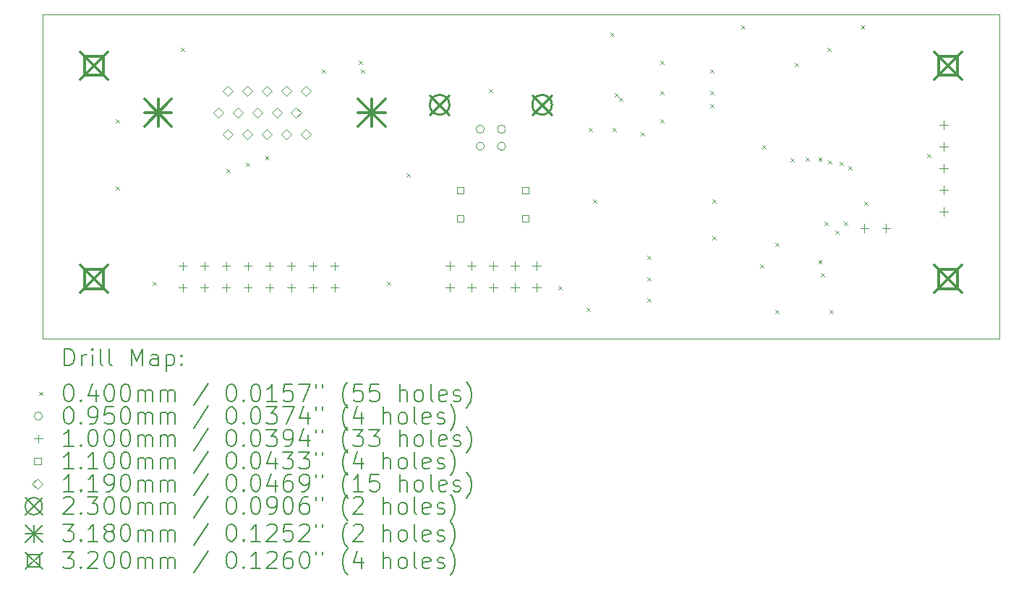
<source format=gbr>
%TF.GenerationSoftware,KiCad,Pcbnew,8.0.1*%
%TF.CreationDate,2024-03-28T11:36:45+01:00*%
%TF.ProjectId,pc1715-esp32vga,70633137-3135-42d6-9573-703332766761,rev?*%
%TF.SameCoordinates,Original*%
%TF.FileFunction,Drillmap*%
%TF.FilePolarity,Positive*%
%FSLAX45Y45*%
G04 Gerber Fmt 4.5, Leading zero omitted, Abs format (unit mm)*
G04 Created by KiCad (PCBNEW 8.0.1) date 2024-03-28 11:36:45*
%MOMM*%
%LPD*%
G01*
G04 APERTURE LIST*
%ADD10C,0.100000*%
%ADD11C,0.200000*%
%ADD12C,0.110000*%
%ADD13C,0.119000*%
%ADD14C,0.230000*%
%ADD15C,0.318000*%
%ADD16C,0.320000*%
G04 APERTURE END LIST*
D10*
X10400000Y-4900000D02*
X21600000Y-4900000D01*
X21600000Y-8700000D01*
X10400000Y-8700000D01*
X10400000Y-4900000D01*
D11*
D10*
X11257600Y-6126800D02*
X11297600Y-6166800D01*
X11297600Y-6126800D02*
X11257600Y-6166800D01*
X11257600Y-6914200D02*
X11297600Y-6954200D01*
X11297600Y-6914200D02*
X11257600Y-6954200D01*
X11689400Y-8031800D02*
X11729400Y-8071800D01*
X11729400Y-8031800D02*
X11689400Y-8071800D01*
X12019600Y-5288600D02*
X12059600Y-5328600D01*
X12059600Y-5288600D02*
X12019600Y-5328600D01*
X12548500Y-6711000D02*
X12588500Y-6751000D01*
X12588500Y-6711000D02*
X12548500Y-6751000D01*
X12776500Y-6634800D02*
X12816500Y-6674800D01*
X12816500Y-6634800D02*
X12776500Y-6674800D01*
X13004500Y-6558600D02*
X13044500Y-6598600D01*
X13044500Y-6558600D02*
X13004500Y-6598600D01*
X13670600Y-5542600D02*
X13710600Y-5582600D01*
X13710600Y-5542600D02*
X13670600Y-5582600D01*
X14103005Y-5441605D02*
X14143005Y-5481605D01*
X14143005Y-5441605D02*
X14103005Y-5481605D01*
X14127800Y-5542600D02*
X14167800Y-5582600D01*
X14167800Y-5542600D02*
X14127800Y-5582600D01*
X14432600Y-8031800D02*
X14472600Y-8071800D01*
X14472600Y-8031800D02*
X14432600Y-8071800D01*
X14661200Y-6761800D02*
X14701200Y-6801800D01*
X14701200Y-6761800D02*
X14661200Y-6801800D01*
X15626400Y-5771200D02*
X15666400Y-5811200D01*
X15666400Y-5771200D02*
X15626400Y-5811200D01*
X16439200Y-8082600D02*
X16479200Y-8122600D01*
X16479200Y-8082600D02*
X16439200Y-8122600D01*
X16769400Y-8336600D02*
X16809400Y-8376600D01*
X16809400Y-8336600D02*
X16769400Y-8376600D01*
X16794800Y-6228400D02*
X16834800Y-6268400D01*
X16834800Y-6228400D02*
X16794800Y-6268400D01*
X16845600Y-7066600D02*
X16885600Y-7106600D01*
X16885600Y-7066600D02*
X16845600Y-7106600D01*
X17048800Y-5110800D02*
X17088800Y-5150800D01*
X17088800Y-5110800D02*
X17048800Y-5150800D01*
X17074200Y-6228400D02*
X17114200Y-6268400D01*
X17114200Y-6228400D02*
X17074200Y-6268400D01*
X17099600Y-5822000D02*
X17139600Y-5862000D01*
X17139600Y-5822000D02*
X17099600Y-5862000D01*
X17150400Y-5872800D02*
X17190400Y-5912800D01*
X17190400Y-5872800D02*
X17150400Y-5912800D01*
X17404400Y-6279200D02*
X17444400Y-6319200D01*
X17444400Y-6279200D02*
X17404400Y-6319200D01*
X17480000Y-7730000D02*
X17520000Y-7770000D01*
X17520000Y-7730000D02*
X17480000Y-7770000D01*
X17480000Y-7980000D02*
X17520000Y-8020000D01*
X17520000Y-7980000D02*
X17480000Y-8020000D01*
X17480000Y-8230000D02*
X17520000Y-8270000D01*
X17520000Y-8230000D02*
X17480000Y-8270000D01*
X17633000Y-5441000D02*
X17673000Y-5481000D01*
X17673000Y-5441000D02*
X17633000Y-5481000D01*
X17633000Y-5796600D02*
X17673000Y-5836600D01*
X17673000Y-5796600D02*
X17633000Y-5836600D01*
X17633000Y-6126800D02*
X17673000Y-6166800D01*
X17673000Y-6126800D02*
X17633000Y-6166800D01*
X18217200Y-5542600D02*
X18257200Y-5582600D01*
X18257200Y-5542600D02*
X18217200Y-5582600D01*
X18217200Y-5796600D02*
X18257200Y-5836600D01*
X18257200Y-5796600D02*
X18217200Y-5836600D01*
X18217200Y-5949000D02*
X18257200Y-5989000D01*
X18257200Y-5949000D02*
X18217200Y-5989000D01*
X18242600Y-7066600D02*
X18282600Y-7106600D01*
X18282600Y-7066600D02*
X18242600Y-7106600D01*
X18242600Y-7498400D02*
X18282600Y-7538400D01*
X18282600Y-7498400D02*
X18242600Y-7538400D01*
X18580000Y-5030000D02*
X18620000Y-5070000D01*
X18620000Y-5030000D02*
X18580000Y-5070000D01*
X18801400Y-7828600D02*
X18841400Y-7868600D01*
X18841400Y-7828600D02*
X18801400Y-7868600D01*
X18826800Y-6431600D02*
X18866800Y-6471600D01*
X18866800Y-6431600D02*
X18826800Y-6471600D01*
X18979200Y-7574600D02*
X19019200Y-7614600D01*
X19019200Y-7574600D02*
X18979200Y-7614600D01*
X18979200Y-8362000D02*
X19019200Y-8402000D01*
X19019200Y-8362000D02*
X18979200Y-8402000D01*
X19157000Y-6584000D02*
X19197000Y-6624000D01*
X19197000Y-6584000D02*
X19157000Y-6624000D01*
X19207800Y-5466400D02*
X19247800Y-5506400D01*
X19247800Y-5466400D02*
X19207800Y-5506400D01*
X19330000Y-6580000D02*
X19370000Y-6620000D01*
X19370000Y-6580000D02*
X19330000Y-6620000D01*
X19480000Y-6580000D02*
X19520000Y-6620000D01*
X19520000Y-6580000D02*
X19480000Y-6620000D01*
X19480000Y-7780000D02*
X19520000Y-7820000D01*
X19520000Y-7780000D02*
X19480000Y-7820000D01*
X19512600Y-7930200D02*
X19552600Y-7970200D01*
X19552600Y-7930200D02*
X19512600Y-7970200D01*
X19552500Y-7330000D02*
X19592500Y-7370000D01*
X19592500Y-7330000D02*
X19552500Y-7370000D01*
X19588800Y-5288600D02*
X19628800Y-5328600D01*
X19628800Y-5288600D02*
X19588800Y-5328600D01*
X19597500Y-6612500D02*
X19637500Y-6652500D01*
X19637500Y-6612500D02*
X19597500Y-6652500D01*
X19614200Y-8362000D02*
X19654200Y-8402000D01*
X19654200Y-8362000D02*
X19614200Y-8402000D01*
X19680000Y-7430000D02*
X19720000Y-7470000D01*
X19720000Y-7430000D02*
X19680000Y-7470000D01*
X19730000Y-6630000D02*
X19770000Y-6670000D01*
X19770000Y-6630000D02*
X19730000Y-6670000D01*
X19780000Y-7330000D02*
X19820000Y-7370000D01*
X19820000Y-7330000D02*
X19780000Y-7370000D01*
X19830000Y-6680000D02*
X19870000Y-6720000D01*
X19870000Y-6680000D02*
X19830000Y-6720000D01*
X19980000Y-5030000D02*
X20020000Y-5070000D01*
X20020000Y-5030000D02*
X19980000Y-5070000D01*
X20020600Y-7092000D02*
X20060600Y-7132000D01*
X20060600Y-7092000D02*
X20020600Y-7132000D01*
X20757200Y-6533200D02*
X20797200Y-6573200D01*
X20797200Y-6533200D02*
X20757200Y-6573200D01*
X15568900Y-6244550D02*
G75*
G02*
X15473900Y-6244550I-47500J0D01*
G01*
X15473900Y-6244550D02*
G75*
G02*
X15568900Y-6244550I47500J0D01*
G01*
X15568900Y-6444550D02*
G75*
G02*
X15473900Y-6444550I-47500J0D01*
G01*
X15473900Y-6444550D02*
G75*
G02*
X15568900Y-6444550I47500J0D01*
G01*
X15818900Y-6244550D02*
G75*
G02*
X15723900Y-6244550I-47500J0D01*
G01*
X15723900Y-6244550D02*
G75*
G02*
X15818900Y-6244550I47500J0D01*
G01*
X15818900Y-6444550D02*
G75*
G02*
X15723900Y-6444550I-47500J0D01*
G01*
X15723900Y-6444550D02*
G75*
G02*
X15818900Y-6444550I47500J0D01*
G01*
X12038000Y-7800000D02*
X12038000Y-7900000D01*
X11988000Y-7850000D02*
X12088000Y-7850000D01*
X12038000Y-8054000D02*
X12038000Y-8154000D01*
X11988000Y-8104000D02*
X12088000Y-8104000D01*
X12292000Y-7800000D02*
X12292000Y-7900000D01*
X12242000Y-7850000D02*
X12342000Y-7850000D01*
X12292000Y-8054000D02*
X12292000Y-8154000D01*
X12242000Y-8104000D02*
X12342000Y-8104000D01*
X12546000Y-7800000D02*
X12546000Y-7900000D01*
X12496000Y-7850000D02*
X12596000Y-7850000D01*
X12546000Y-8054000D02*
X12546000Y-8154000D01*
X12496000Y-8104000D02*
X12596000Y-8104000D01*
X12800000Y-7800000D02*
X12800000Y-7900000D01*
X12750000Y-7850000D02*
X12850000Y-7850000D01*
X12800000Y-8054000D02*
X12800000Y-8154000D01*
X12750000Y-8104000D02*
X12850000Y-8104000D01*
X13054000Y-7800000D02*
X13054000Y-7900000D01*
X13004000Y-7850000D02*
X13104000Y-7850000D01*
X13054000Y-8054000D02*
X13054000Y-8154000D01*
X13004000Y-8104000D02*
X13104000Y-8104000D01*
X13308000Y-7800000D02*
X13308000Y-7900000D01*
X13258000Y-7850000D02*
X13358000Y-7850000D01*
X13308000Y-8054000D02*
X13308000Y-8154000D01*
X13258000Y-8104000D02*
X13358000Y-8104000D01*
X13562000Y-7800000D02*
X13562000Y-7900000D01*
X13512000Y-7850000D02*
X13612000Y-7850000D01*
X13562000Y-8054000D02*
X13562000Y-8154000D01*
X13512000Y-8104000D02*
X13612000Y-8104000D01*
X13816000Y-7800000D02*
X13816000Y-7900000D01*
X13766000Y-7850000D02*
X13866000Y-7850000D01*
X13816000Y-8054000D02*
X13816000Y-8154000D01*
X13766000Y-8104000D02*
X13866000Y-8104000D01*
X15167250Y-7796000D02*
X15167250Y-7896000D01*
X15117250Y-7846000D02*
X15217250Y-7846000D01*
X15167250Y-8050000D02*
X15167250Y-8150000D01*
X15117250Y-8100000D02*
X15217250Y-8100000D01*
X15421250Y-7796000D02*
X15421250Y-7896000D01*
X15371250Y-7846000D02*
X15471250Y-7846000D01*
X15421250Y-8050000D02*
X15421250Y-8150000D01*
X15371250Y-8100000D02*
X15471250Y-8100000D01*
X15675250Y-7796000D02*
X15675250Y-7896000D01*
X15625250Y-7846000D02*
X15725250Y-7846000D01*
X15675250Y-8050000D02*
X15675250Y-8150000D01*
X15625250Y-8100000D02*
X15725250Y-8100000D01*
X15929250Y-7796000D02*
X15929250Y-7896000D01*
X15879250Y-7846000D02*
X15979250Y-7846000D01*
X15929250Y-8050000D02*
X15929250Y-8150000D01*
X15879250Y-8100000D02*
X15979250Y-8100000D01*
X16183250Y-7796000D02*
X16183250Y-7896000D01*
X16133250Y-7846000D02*
X16233250Y-7846000D01*
X16183250Y-8050000D02*
X16183250Y-8150000D01*
X16133250Y-8100000D02*
X16233250Y-8100000D01*
X20021000Y-7352500D02*
X20021000Y-7452500D01*
X19971000Y-7402500D02*
X20071000Y-7402500D01*
X20275000Y-7352500D02*
X20275000Y-7452500D01*
X20225000Y-7402500D02*
X20325000Y-7402500D01*
X20950000Y-6141500D02*
X20950000Y-6241500D01*
X20900000Y-6191500D02*
X21000000Y-6191500D01*
X20950000Y-6395500D02*
X20950000Y-6495500D01*
X20900000Y-6445500D02*
X21000000Y-6445500D01*
X20950000Y-6649500D02*
X20950000Y-6749500D01*
X20900000Y-6699500D02*
X21000000Y-6699500D01*
X20950000Y-6903500D02*
X20950000Y-7003500D01*
X20900000Y-6953500D02*
X21000000Y-6953500D01*
X20950000Y-7157500D02*
X20950000Y-7257500D01*
X20900000Y-7207500D02*
X21000000Y-7207500D01*
D12*
X15329691Y-6998491D02*
X15329691Y-6920709D01*
X15251909Y-6920709D01*
X15251909Y-6998491D01*
X15329691Y-6998491D01*
X15329691Y-7328691D02*
X15329691Y-7250909D01*
X15251909Y-7250909D01*
X15251909Y-7328691D01*
X15329691Y-7328691D01*
X16091691Y-6998491D02*
X16091691Y-6920709D01*
X16013909Y-6920709D01*
X16013909Y-6998491D01*
X16091691Y-6998491D01*
X16091691Y-7328691D02*
X16091691Y-7250909D01*
X16013909Y-7250909D01*
X16013909Y-7328691D01*
X16091691Y-7328691D01*
D13*
X12454500Y-6109500D02*
X12514000Y-6050000D01*
X12454500Y-5990500D01*
X12395000Y-6050000D01*
X12454500Y-6109500D01*
X12568500Y-5855500D02*
X12628000Y-5796000D01*
X12568500Y-5736500D01*
X12509000Y-5796000D01*
X12568500Y-5855500D01*
X12568500Y-6363500D02*
X12628000Y-6304000D01*
X12568500Y-6244500D01*
X12509000Y-6304000D01*
X12568500Y-6363500D01*
X12682500Y-6109500D02*
X12742000Y-6050000D01*
X12682500Y-5990500D01*
X12623000Y-6050000D01*
X12682500Y-6109500D01*
X12796500Y-5855500D02*
X12856000Y-5796000D01*
X12796500Y-5736500D01*
X12737000Y-5796000D01*
X12796500Y-5855500D01*
X12796500Y-6363500D02*
X12856000Y-6304000D01*
X12796500Y-6244500D01*
X12737000Y-6304000D01*
X12796500Y-6363500D01*
X12910500Y-6109500D02*
X12970000Y-6050000D01*
X12910500Y-5990500D01*
X12851000Y-6050000D01*
X12910500Y-6109500D01*
X13024500Y-5855500D02*
X13084000Y-5796000D01*
X13024500Y-5736500D01*
X12965000Y-5796000D01*
X13024500Y-5855500D01*
X13024500Y-6363500D02*
X13084000Y-6304000D01*
X13024500Y-6244500D01*
X12965000Y-6304000D01*
X13024500Y-6363500D01*
X13138500Y-6109500D02*
X13198000Y-6050000D01*
X13138500Y-5990500D01*
X13079000Y-6050000D01*
X13138500Y-6109500D01*
X13252500Y-5855500D02*
X13312000Y-5796000D01*
X13252500Y-5736500D01*
X13193000Y-5796000D01*
X13252500Y-5855500D01*
X13252500Y-6363500D02*
X13312000Y-6304000D01*
X13252500Y-6244500D01*
X13193000Y-6304000D01*
X13252500Y-6363500D01*
X13366500Y-6109500D02*
X13426000Y-6050000D01*
X13366500Y-5990500D01*
X13307000Y-6050000D01*
X13366500Y-6109500D01*
X13480500Y-5855500D02*
X13540000Y-5796000D01*
X13480500Y-5736500D01*
X13421000Y-5796000D01*
X13480500Y-5855500D01*
X13480500Y-6363500D02*
X13540000Y-6304000D01*
X13480500Y-6244500D01*
X13421000Y-6304000D01*
X13480500Y-6363500D01*
D14*
X14931400Y-5843550D02*
X15161400Y-6073550D01*
X15161400Y-5843550D02*
X14931400Y-6073550D01*
X15161400Y-5958550D02*
G75*
G02*
X14931400Y-5958550I-115000J0D01*
G01*
X14931400Y-5958550D02*
G75*
G02*
X15161400Y-5958550I115000J0D01*
G01*
X16131400Y-5843550D02*
X16361400Y-6073550D01*
X16361400Y-5843550D02*
X16131400Y-6073550D01*
X16361400Y-5958550D02*
G75*
G02*
X16131400Y-5958550I-115000J0D01*
G01*
X16131400Y-5958550D02*
G75*
G02*
X16361400Y-5958550I115000J0D01*
G01*
D15*
X11591000Y-5891000D02*
X11909000Y-6209000D01*
X11909000Y-5891000D02*
X11591000Y-6209000D01*
X11750000Y-5891000D02*
X11750000Y-6209000D01*
X11591000Y-6050000D02*
X11909000Y-6050000D01*
X14091000Y-5891000D02*
X14409000Y-6209000D01*
X14409000Y-5891000D02*
X14091000Y-6209000D01*
X14250000Y-5891000D02*
X14250000Y-6209000D01*
X14091000Y-6050000D02*
X14409000Y-6050000D01*
D16*
X10840000Y-5340000D02*
X11160000Y-5660000D01*
X11160000Y-5340000D02*
X10840000Y-5660000D01*
X11113138Y-5613138D02*
X11113138Y-5386862D01*
X10886862Y-5386862D01*
X10886862Y-5613138D01*
X11113138Y-5613138D01*
X10840000Y-7840000D02*
X11160000Y-8160000D01*
X11160000Y-7840000D02*
X10840000Y-8160000D01*
X11113138Y-8113138D02*
X11113138Y-7886862D01*
X10886862Y-7886862D01*
X10886862Y-8113138D01*
X11113138Y-8113138D01*
X20840000Y-5340000D02*
X21160000Y-5660000D01*
X21160000Y-5340000D02*
X20840000Y-5660000D01*
X21113138Y-5613138D02*
X21113138Y-5386862D01*
X20886862Y-5386862D01*
X20886862Y-5613138D01*
X21113138Y-5613138D01*
X20840000Y-7840000D02*
X21160000Y-8160000D01*
X21160000Y-7840000D02*
X20840000Y-8160000D01*
X21113138Y-8113138D02*
X21113138Y-7886862D01*
X20886862Y-7886862D01*
X20886862Y-8113138D01*
X21113138Y-8113138D01*
D11*
X10655777Y-9016484D02*
X10655777Y-8816484D01*
X10655777Y-8816484D02*
X10703396Y-8816484D01*
X10703396Y-8816484D02*
X10731967Y-8826008D01*
X10731967Y-8826008D02*
X10751015Y-8845055D01*
X10751015Y-8845055D02*
X10760539Y-8864103D01*
X10760539Y-8864103D02*
X10770063Y-8902198D01*
X10770063Y-8902198D02*
X10770063Y-8930770D01*
X10770063Y-8930770D02*
X10760539Y-8968865D01*
X10760539Y-8968865D02*
X10751015Y-8987912D01*
X10751015Y-8987912D02*
X10731967Y-9006960D01*
X10731967Y-9006960D02*
X10703396Y-9016484D01*
X10703396Y-9016484D02*
X10655777Y-9016484D01*
X10855777Y-9016484D02*
X10855777Y-8883150D01*
X10855777Y-8921246D02*
X10865301Y-8902198D01*
X10865301Y-8902198D02*
X10874824Y-8892674D01*
X10874824Y-8892674D02*
X10893872Y-8883150D01*
X10893872Y-8883150D02*
X10912920Y-8883150D01*
X10979586Y-9016484D02*
X10979586Y-8883150D01*
X10979586Y-8816484D02*
X10970063Y-8826008D01*
X10970063Y-8826008D02*
X10979586Y-8835531D01*
X10979586Y-8835531D02*
X10989110Y-8826008D01*
X10989110Y-8826008D02*
X10979586Y-8816484D01*
X10979586Y-8816484D02*
X10979586Y-8835531D01*
X11103396Y-9016484D02*
X11084348Y-9006960D01*
X11084348Y-9006960D02*
X11074824Y-8987912D01*
X11074824Y-8987912D02*
X11074824Y-8816484D01*
X11208158Y-9016484D02*
X11189110Y-9006960D01*
X11189110Y-9006960D02*
X11179586Y-8987912D01*
X11179586Y-8987912D02*
X11179586Y-8816484D01*
X11436729Y-9016484D02*
X11436729Y-8816484D01*
X11436729Y-8816484D02*
X11503396Y-8959341D01*
X11503396Y-8959341D02*
X11570062Y-8816484D01*
X11570062Y-8816484D02*
X11570062Y-9016484D01*
X11751015Y-9016484D02*
X11751015Y-8911722D01*
X11751015Y-8911722D02*
X11741491Y-8892674D01*
X11741491Y-8892674D02*
X11722443Y-8883150D01*
X11722443Y-8883150D02*
X11684348Y-8883150D01*
X11684348Y-8883150D02*
X11665301Y-8892674D01*
X11751015Y-9006960D02*
X11731967Y-9016484D01*
X11731967Y-9016484D02*
X11684348Y-9016484D01*
X11684348Y-9016484D02*
X11665301Y-9006960D01*
X11665301Y-9006960D02*
X11655777Y-8987912D01*
X11655777Y-8987912D02*
X11655777Y-8968865D01*
X11655777Y-8968865D02*
X11665301Y-8949817D01*
X11665301Y-8949817D02*
X11684348Y-8940293D01*
X11684348Y-8940293D02*
X11731967Y-8940293D01*
X11731967Y-8940293D02*
X11751015Y-8930770D01*
X11846253Y-8883150D02*
X11846253Y-9083150D01*
X11846253Y-8892674D02*
X11865301Y-8883150D01*
X11865301Y-8883150D02*
X11903396Y-8883150D01*
X11903396Y-8883150D02*
X11922443Y-8892674D01*
X11922443Y-8892674D02*
X11931967Y-8902198D01*
X11931967Y-8902198D02*
X11941491Y-8921246D01*
X11941491Y-8921246D02*
X11941491Y-8978389D01*
X11941491Y-8978389D02*
X11931967Y-8997436D01*
X11931967Y-8997436D02*
X11922443Y-9006960D01*
X11922443Y-9006960D02*
X11903396Y-9016484D01*
X11903396Y-9016484D02*
X11865301Y-9016484D01*
X11865301Y-9016484D02*
X11846253Y-9006960D01*
X12027205Y-8997436D02*
X12036729Y-9006960D01*
X12036729Y-9006960D02*
X12027205Y-9016484D01*
X12027205Y-9016484D02*
X12017682Y-9006960D01*
X12017682Y-9006960D02*
X12027205Y-8997436D01*
X12027205Y-8997436D02*
X12027205Y-9016484D01*
X12027205Y-8892674D02*
X12036729Y-8902198D01*
X12036729Y-8902198D02*
X12027205Y-8911722D01*
X12027205Y-8911722D02*
X12017682Y-8902198D01*
X12017682Y-8902198D02*
X12027205Y-8892674D01*
X12027205Y-8892674D02*
X12027205Y-8911722D01*
D10*
X10355000Y-9325000D02*
X10395000Y-9365000D01*
X10395000Y-9325000D02*
X10355000Y-9365000D01*
D11*
X10693872Y-9236484D02*
X10712920Y-9236484D01*
X10712920Y-9236484D02*
X10731967Y-9246008D01*
X10731967Y-9246008D02*
X10741491Y-9255531D01*
X10741491Y-9255531D02*
X10751015Y-9274579D01*
X10751015Y-9274579D02*
X10760539Y-9312674D01*
X10760539Y-9312674D02*
X10760539Y-9360293D01*
X10760539Y-9360293D02*
X10751015Y-9398389D01*
X10751015Y-9398389D02*
X10741491Y-9417436D01*
X10741491Y-9417436D02*
X10731967Y-9426960D01*
X10731967Y-9426960D02*
X10712920Y-9436484D01*
X10712920Y-9436484D02*
X10693872Y-9436484D01*
X10693872Y-9436484D02*
X10674824Y-9426960D01*
X10674824Y-9426960D02*
X10665301Y-9417436D01*
X10665301Y-9417436D02*
X10655777Y-9398389D01*
X10655777Y-9398389D02*
X10646253Y-9360293D01*
X10646253Y-9360293D02*
X10646253Y-9312674D01*
X10646253Y-9312674D02*
X10655777Y-9274579D01*
X10655777Y-9274579D02*
X10665301Y-9255531D01*
X10665301Y-9255531D02*
X10674824Y-9246008D01*
X10674824Y-9246008D02*
X10693872Y-9236484D01*
X10846253Y-9417436D02*
X10855777Y-9426960D01*
X10855777Y-9426960D02*
X10846253Y-9436484D01*
X10846253Y-9436484D02*
X10836729Y-9426960D01*
X10836729Y-9426960D02*
X10846253Y-9417436D01*
X10846253Y-9417436D02*
X10846253Y-9436484D01*
X11027205Y-9303150D02*
X11027205Y-9436484D01*
X10979586Y-9226960D02*
X10931967Y-9369817D01*
X10931967Y-9369817D02*
X11055777Y-9369817D01*
X11170063Y-9236484D02*
X11189110Y-9236484D01*
X11189110Y-9236484D02*
X11208158Y-9246008D01*
X11208158Y-9246008D02*
X11217682Y-9255531D01*
X11217682Y-9255531D02*
X11227205Y-9274579D01*
X11227205Y-9274579D02*
X11236729Y-9312674D01*
X11236729Y-9312674D02*
X11236729Y-9360293D01*
X11236729Y-9360293D02*
X11227205Y-9398389D01*
X11227205Y-9398389D02*
X11217682Y-9417436D01*
X11217682Y-9417436D02*
X11208158Y-9426960D01*
X11208158Y-9426960D02*
X11189110Y-9436484D01*
X11189110Y-9436484D02*
X11170063Y-9436484D01*
X11170063Y-9436484D02*
X11151015Y-9426960D01*
X11151015Y-9426960D02*
X11141491Y-9417436D01*
X11141491Y-9417436D02*
X11131967Y-9398389D01*
X11131967Y-9398389D02*
X11122444Y-9360293D01*
X11122444Y-9360293D02*
X11122444Y-9312674D01*
X11122444Y-9312674D02*
X11131967Y-9274579D01*
X11131967Y-9274579D02*
X11141491Y-9255531D01*
X11141491Y-9255531D02*
X11151015Y-9246008D01*
X11151015Y-9246008D02*
X11170063Y-9236484D01*
X11360539Y-9236484D02*
X11379586Y-9236484D01*
X11379586Y-9236484D02*
X11398634Y-9246008D01*
X11398634Y-9246008D02*
X11408158Y-9255531D01*
X11408158Y-9255531D02*
X11417682Y-9274579D01*
X11417682Y-9274579D02*
X11427205Y-9312674D01*
X11427205Y-9312674D02*
X11427205Y-9360293D01*
X11427205Y-9360293D02*
X11417682Y-9398389D01*
X11417682Y-9398389D02*
X11408158Y-9417436D01*
X11408158Y-9417436D02*
X11398634Y-9426960D01*
X11398634Y-9426960D02*
X11379586Y-9436484D01*
X11379586Y-9436484D02*
X11360539Y-9436484D01*
X11360539Y-9436484D02*
X11341491Y-9426960D01*
X11341491Y-9426960D02*
X11331967Y-9417436D01*
X11331967Y-9417436D02*
X11322443Y-9398389D01*
X11322443Y-9398389D02*
X11312920Y-9360293D01*
X11312920Y-9360293D02*
X11312920Y-9312674D01*
X11312920Y-9312674D02*
X11322443Y-9274579D01*
X11322443Y-9274579D02*
X11331967Y-9255531D01*
X11331967Y-9255531D02*
X11341491Y-9246008D01*
X11341491Y-9246008D02*
X11360539Y-9236484D01*
X11512920Y-9436484D02*
X11512920Y-9303150D01*
X11512920Y-9322198D02*
X11522443Y-9312674D01*
X11522443Y-9312674D02*
X11541491Y-9303150D01*
X11541491Y-9303150D02*
X11570063Y-9303150D01*
X11570063Y-9303150D02*
X11589110Y-9312674D01*
X11589110Y-9312674D02*
X11598634Y-9331722D01*
X11598634Y-9331722D02*
X11598634Y-9436484D01*
X11598634Y-9331722D02*
X11608158Y-9312674D01*
X11608158Y-9312674D02*
X11627205Y-9303150D01*
X11627205Y-9303150D02*
X11655777Y-9303150D01*
X11655777Y-9303150D02*
X11674824Y-9312674D01*
X11674824Y-9312674D02*
X11684348Y-9331722D01*
X11684348Y-9331722D02*
X11684348Y-9436484D01*
X11779586Y-9436484D02*
X11779586Y-9303150D01*
X11779586Y-9322198D02*
X11789110Y-9312674D01*
X11789110Y-9312674D02*
X11808158Y-9303150D01*
X11808158Y-9303150D02*
X11836729Y-9303150D01*
X11836729Y-9303150D02*
X11855777Y-9312674D01*
X11855777Y-9312674D02*
X11865301Y-9331722D01*
X11865301Y-9331722D02*
X11865301Y-9436484D01*
X11865301Y-9331722D02*
X11874824Y-9312674D01*
X11874824Y-9312674D02*
X11893872Y-9303150D01*
X11893872Y-9303150D02*
X11922443Y-9303150D01*
X11922443Y-9303150D02*
X11941491Y-9312674D01*
X11941491Y-9312674D02*
X11951015Y-9331722D01*
X11951015Y-9331722D02*
X11951015Y-9436484D01*
X12341491Y-9226960D02*
X12170063Y-9484103D01*
X12598634Y-9236484D02*
X12617682Y-9236484D01*
X12617682Y-9236484D02*
X12636729Y-9246008D01*
X12636729Y-9246008D02*
X12646253Y-9255531D01*
X12646253Y-9255531D02*
X12655777Y-9274579D01*
X12655777Y-9274579D02*
X12665301Y-9312674D01*
X12665301Y-9312674D02*
X12665301Y-9360293D01*
X12665301Y-9360293D02*
X12655777Y-9398389D01*
X12655777Y-9398389D02*
X12646253Y-9417436D01*
X12646253Y-9417436D02*
X12636729Y-9426960D01*
X12636729Y-9426960D02*
X12617682Y-9436484D01*
X12617682Y-9436484D02*
X12598634Y-9436484D01*
X12598634Y-9436484D02*
X12579586Y-9426960D01*
X12579586Y-9426960D02*
X12570063Y-9417436D01*
X12570063Y-9417436D02*
X12560539Y-9398389D01*
X12560539Y-9398389D02*
X12551015Y-9360293D01*
X12551015Y-9360293D02*
X12551015Y-9312674D01*
X12551015Y-9312674D02*
X12560539Y-9274579D01*
X12560539Y-9274579D02*
X12570063Y-9255531D01*
X12570063Y-9255531D02*
X12579586Y-9246008D01*
X12579586Y-9246008D02*
X12598634Y-9236484D01*
X12751015Y-9417436D02*
X12760539Y-9426960D01*
X12760539Y-9426960D02*
X12751015Y-9436484D01*
X12751015Y-9436484D02*
X12741491Y-9426960D01*
X12741491Y-9426960D02*
X12751015Y-9417436D01*
X12751015Y-9417436D02*
X12751015Y-9436484D01*
X12884348Y-9236484D02*
X12903396Y-9236484D01*
X12903396Y-9236484D02*
X12922444Y-9246008D01*
X12922444Y-9246008D02*
X12931967Y-9255531D01*
X12931967Y-9255531D02*
X12941491Y-9274579D01*
X12941491Y-9274579D02*
X12951015Y-9312674D01*
X12951015Y-9312674D02*
X12951015Y-9360293D01*
X12951015Y-9360293D02*
X12941491Y-9398389D01*
X12941491Y-9398389D02*
X12931967Y-9417436D01*
X12931967Y-9417436D02*
X12922444Y-9426960D01*
X12922444Y-9426960D02*
X12903396Y-9436484D01*
X12903396Y-9436484D02*
X12884348Y-9436484D01*
X12884348Y-9436484D02*
X12865301Y-9426960D01*
X12865301Y-9426960D02*
X12855777Y-9417436D01*
X12855777Y-9417436D02*
X12846253Y-9398389D01*
X12846253Y-9398389D02*
X12836729Y-9360293D01*
X12836729Y-9360293D02*
X12836729Y-9312674D01*
X12836729Y-9312674D02*
X12846253Y-9274579D01*
X12846253Y-9274579D02*
X12855777Y-9255531D01*
X12855777Y-9255531D02*
X12865301Y-9246008D01*
X12865301Y-9246008D02*
X12884348Y-9236484D01*
X13141491Y-9436484D02*
X13027206Y-9436484D01*
X13084348Y-9436484D02*
X13084348Y-9236484D01*
X13084348Y-9236484D02*
X13065301Y-9265055D01*
X13065301Y-9265055D02*
X13046253Y-9284103D01*
X13046253Y-9284103D02*
X13027206Y-9293627D01*
X13322444Y-9236484D02*
X13227206Y-9236484D01*
X13227206Y-9236484D02*
X13217682Y-9331722D01*
X13217682Y-9331722D02*
X13227206Y-9322198D01*
X13227206Y-9322198D02*
X13246253Y-9312674D01*
X13246253Y-9312674D02*
X13293872Y-9312674D01*
X13293872Y-9312674D02*
X13312920Y-9322198D01*
X13312920Y-9322198D02*
X13322444Y-9331722D01*
X13322444Y-9331722D02*
X13331967Y-9350770D01*
X13331967Y-9350770D02*
X13331967Y-9398389D01*
X13331967Y-9398389D02*
X13322444Y-9417436D01*
X13322444Y-9417436D02*
X13312920Y-9426960D01*
X13312920Y-9426960D02*
X13293872Y-9436484D01*
X13293872Y-9436484D02*
X13246253Y-9436484D01*
X13246253Y-9436484D02*
X13227206Y-9426960D01*
X13227206Y-9426960D02*
X13217682Y-9417436D01*
X13398634Y-9236484D02*
X13531967Y-9236484D01*
X13531967Y-9236484D02*
X13446253Y-9436484D01*
X13598634Y-9236484D02*
X13598634Y-9274579D01*
X13674825Y-9236484D02*
X13674825Y-9274579D01*
X13970063Y-9512674D02*
X13960539Y-9503150D01*
X13960539Y-9503150D02*
X13941491Y-9474579D01*
X13941491Y-9474579D02*
X13931968Y-9455531D01*
X13931968Y-9455531D02*
X13922444Y-9426960D01*
X13922444Y-9426960D02*
X13912920Y-9379341D01*
X13912920Y-9379341D02*
X13912920Y-9341246D01*
X13912920Y-9341246D02*
X13922444Y-9293627D01*
X13922444Y-9293627D02*
X13931968Y-9265055D01*
X13931968Y-9265055D02*
X13941491Y-9246008D01*
X13941491Y-9246008D02*
X13960539Y-9217436D01*
X13960539Y-9217436D02*
X13970063Y-9207912D01*
X14141491Y-9236484D02*
X14046253Y-9236484D01*
X14046253Y-9236484D02*
X14036729Y-9331722D01*
X14036729Y-9331722D02*
X14046253Y-9322198D01*
X14046253Y-9322198D02*
X14065301Y-9312674D01*
X14065301Y-9312674D02*
X14112920Y-9312674D01*
X14112920Y-9312674D02*
X14131968Y-9322198D01*
X14131968Y-9322198D02*
X14141491Y-9331722D01*
X14141491Y-9331722D02*
X14151015Y-9350770D01*
X14151015Y-9350770D02*
X14151015Y-9398389D01*
X14151015Y-9398389D02*
X14141491Y-9417436D01*
X14141491Y-9417436D02*
X14131968Y-9426960D01*
X14131968Y-9426960D02*
X14112920Y-9436484D01*
X14112920Y-9436484D02*
X14065301Y-9436484D01*
X14065301Y-9436484D02*
X14046253Y-9426960D01*
X14046253Y-9426960D02*
X14036729Y-9417436D01*
X14331968Y-9236484D02*
X14236729Y-9236484D01*
X14236729Y-9236484D02*
X14227206Y-9331722D01*
X14227206Y-9331722D02*
X14236729Y-9322198D01*
X14236729Y-9322198D02*
X14255777Y-9312674D01*
X14255777Y-9312674D02*
X14303396Y-9312674D01*
X14303396Y-9312674D02*
X14322444Y-9322198D01*
X14322444Y-9322198D02*
X14331968Y-9331722D01*
X14331968Y-9331722D02*
X14341491Y-9350770D01*
X14341491Y-9350770D02*
X14341491Y-9398389D01*
X14341491Y-9398389D02*
X14331968Y-9417436D01*
X14331968Y-9417436D02*
X14322444Y-9426960D01*
X14322444Y-9426960D02*
X14303396Y-9436484D01*
X14303396Y-9436484D02*
X14255777Y-9436484D01*
X14255777Y-9436484D02*
X14236729Y-9426960D01*
X14236729Y-9426960D02*
X14227206Y-9417436D01*
X14579587Y-9436484D02*
X14579587Y-9236484D01*
X14665301Y-9436484D02*
X14665301Y-9331722D01*
X14665301Y-9331722D02*
X14655777Y-9312674D01*
X14655777Y-9312674D02*
X14636730Y-9303150D01*
X14636730Y-9303150D02*
X14608158Y-9303150D01*
X14608158Y-9303150D02*
X14589110Y-9312674D01*
X14589110Y-9312674D02*
X14579587Y-9322198D01*
X14789110Y-9436484D02*
X14770063Y-9426960D01*
X14770063Y-9426960D02*
X14760539Y-9417436D01*
X14760539Y-9417436D02*
X14751015Y-9398389D01*
X14751015Y-9398389D02*
X14751015Y-9341246D01*
X14751015Y-9341246D02*
X14760539Y-9322198D01*
X14760539Y-9322198D02*
X14770063Y-9312674D01*
X14770063Y-9312674D02*
X14789110Y-9303150D01*
X14789110Y-9303150D02*
X14817682Y-9303150D01*
X14817682Y-9303150D02*
X14836730Y-9312674D01*
X14836730Y-9312674D02*
X14846253Y-9322198D01*
X14846253Y-9322198D02*
X14855777Y-9341246D01*
X14855777Y-9341246D02*
X14855777Y-9398389D01*
X14855777Y-9398389D02*
X14846253Y-9417436D01*
X14846253Y-9417436D02*
X14836730Y-9426960D01*
X14836730Y-9426960D02*
X14817682Y-9436484D01*
X14817682Y-9436484D02*
X14789110Y-9436484D01*
X14970063Y-9436484D02*
X14951015Y-9426960D01*
X14951015Y-9426960D02*
X14941491Y-9407912D01*
X14941491Y-9407912D02*
X14941491Y-9236484D01*
X15122444Y-9426960D02*
X15103396Y-9436484D01*
X15103396Y-9436484D02*
X15065301Y-9436484D01*
X15065301Y-9436484D02*
X15046253Y-9426960D01*
X15046253Y-9426960D02*
X15036730Y-9407912D01*
X15036730Y-9407912D02*
X15036730Y-9331722D01*
X15036730Y-9331722D02*
X15046253Y-9312674D01*
X15046253Y-9312674D02*
X15065301Y-9303150D01*
X15065301Y-9303150D02*
X15103396Y-9303150D01*
X15103396Y-9303150D02*
X15122444Y-9312674D01*
X15122444Y-9312674D02*
X15131968Y-9331722D01*
X15131968Y-9331722D02*
X15131968Y-9350770D01*
X15131968Y-9350770D02*
X15036730Y-9369817D01*
X15208158Y-9426960D02*
X15227206Y-9436484D01*
X15227206Y-9436484D02*
X15265301Y-9436484D01*
X15265301Y-9436484D02*
X15284349Y-9426960D01*
X15284349Y-9426960D02*
X15293872Y-9407912D01*
X15293872Y-9407912D02*
X15293872Y-9398389D01*
X15293872Y-9398389D02*
X15284349Y-9379341D01*
X15284349Y-9379341D02*
X15265301Y-9369817D01*
X15265301Y-9369817D02*
X15236730Y-9369817D01*
X15236730Y-9369817D02*
X15217682Y-9360293D01*
X15217682Y-9360293D02*
X15208158Y-9341246D01*
X15208158Y-9341246D02*
X15208158Y-9331722D01*
X15208158Y-9331722D02*
X15217682Y-9312674D01*
X15217682Y-9312674D02*
X15236730Y-9303150D01*
X15236730Y-9303150D02*
X15265301Y-9303150D01*
X15265301Y-9303150D02*
X15284349Y-9312674D01*
X15360539Y-9512674D02*
X15370063Y-9503150D01*
X15370063Y-9503150D02*
X15389111Y-9474579D01*
X15389111Y-9474579D02*
X15398634Y-9455531D01*
X15398634Y-9455531D02*
X15408158Y-9426960D01*
X15408158Y-9426960D02*
X15417682Y-9379341D01*
X15417682Y-9379341D02*
X15417682Y-9341246D01*
X15417682Y-9341246D02*
X15408158Y-9293627D01*
X15408158Y-9293627D02*
X15398634Y-9265055D01*
X15398634Y-9265055D02*
X15389111Y-9246008D01*
X15389111Y-9246008D02*
X15370063Y-9217436D01*
X15370063Y-9217436D02*
X15360539Y-9207912D01*
D10*
X10395000Y-9609000D02*
G75*
G02*
X10300000Y-9609000I-47500J0D01*
G01*
X10300000Y-9609000D02*
G75*
G02*
X10395000Y-9609000I47500J0D01*
G01*
D11*
X10693872Y-9500484D02*
X10712920Y-9500484D01*
X10712920Y-9500484D02*
X10731967Y-9510008D01*
X10731967Y-9510008D02*
X10741491Y-9519531D01*
X10741491Y-9519531D02*
X10751015Y-9538579D01*
X10751015Y-9538579D02*
X10760539Y-9576674D01*
X10760539Y-9576674D02*
X10760539Y-9624293D01*
X10760539Y-9624293D02*
X10751015Y-9662389D01*
X10751015Y-9662389D02*
X10741491Y-9681436D01*
X10741491Y-9681436D02*
X10731967Y-9690960D01*
X10731967Y-9690960D02*
X10712920Y-9700484D01*
X10712920Y-9700484D02*
X10693872Y-9700484D01*
X10693872Y-9700484D02*
X10674824Y-9690960D01*
X10674824Y-9690960D02*
X10665301Y-9681436D01*
X10665301Y-9681436D02*
X10655777Y-9662389D01*
X10655777Y-9662389D02*
X10646253Y-9624293D01*
X10646253Y-9624293D02*
X10646253Y-9576674D01*
X10646253Y-9576674D02*
X10655777Y-9538579D01*
X10655777Y-9538579D02*
X10665301Y-9519531D01*
X10665301Y-9519531D02*
X10674824Y-9510008D01*
X10674824Y-9510008D02*
X10693872Y-9500484D01*
X10846253Y-9681436D02*
X10855777Y-9690960D01*
X10855777Y-9690960D02*
X10846253Y-9700484D01*
X10846253Y-9700484D02*
X10836729Y-9690960D01*
X10836729Y-9690960D02*
X10846253Y-9681436D01*
X10846253Y-9681436D02*
X10846253Y-9700484D01*
X10951015Y-9700484D02*
X10989110Y-9700484D01*
X10989110Y-9700484D02*
X11008158Y-9690960D01*
X11008158Y-9690960D02*
X11017682Y-9681436D01*
X11017682Y-9681436D02*
X11036729Y-9652865D01*
X11036729Y-9652865D02*
X11046253Y-9614770D01*
X11046253Y-9614770D02*
X11046253Y-9538579D01*
X11046253Y-9538579D02*
X11036729Y-9519531D01*
X11036729Y-9519531D02*
X11027205Y-9510008D01*
X11027205Y-9510008D02*
X11008158Y-9500484D01*
X11008158Y-9500484D02*
X10970063Y-9500484D01*
X10970063Y-9500484D02*
X10951015Y-9510008D01*
X10951015Y-9510008D02*
X10941491Y-9519531D01*
X10941491Y-9519531D02*
X10931967Y-9538579D01*
X10931967Y-9538579D02*
X10931967Y-9586198D01*
X10931967Y-9586198D02*
X10941491Y-9605246D01*
X10941491Y-9605246D02*
X10951015Y-9614770D01*
X10951015Y-9614770D02*
X10970063Y-9624293D01*
X10970063Y-9624293D02*
X11008158Y-9624293D01*
X11008158Y-9624293D02*
X11027205Y-9614770D01*
X11027205Y-9614770D02*
X11036729Y-9605246D01*
X11036729Y-9605246D02*
X11046253Y-9586198D01*
X11227205Y-9500484D02*
X11131967Y-9500484D01*
X11131967Y-9500484D02*
X11122444Y-9595722D01*
X11122444Y-9595722D02*
X11131967Y-9586198D01*
X11131967Y-9586198D02*
X11151015Y-9576674D01*
X11151015Y-9576674D02*
X11198634Y-9576674D01*
X11198634Y-9576674D02*
X11217682Y-9586198D01*
X11217682Y-9586198D02*
X11227205Y-9595722D01*
X11227205Y-9595722D02*
X11236729Y-9614770D01*
X11236729Y-9614770D02*
X11236729Y-9662389D01*
X11236729Y-9662389D02*
X11227205Y-9681436D01*
X11227205Y-9681436D02*
X11217682Y-9690960D01*
X11217682Y-9690960D02*
X11198634Y-9700484D01*
X11198634Y-9700484D02*
X11151015Y-9700484D01*
X11151015Y-9700484D02*
X11131967Y-9690960D01*
X11131967Y-9690960D02*
X11122444Y-9681436D01*
X11360539Y-9500484D02*
X11379586Y-9500484D01*
X11379586Y-9500484D02*
X11398634Y-9510008D01*
X11398634Y-9510008D02*
X11408158Y-9519531D01*
X11408158Y-9519531D02*
X11417682Y-9538579D01*
X11417682Y-9538579D02*
X11427205Y-9576674D01*
X11427205Y-9576674D02*
X11427205Y-9624293D01*
X11427205Y-9624293D02*
X11417682Y-9662389D01*
X11417682Y-9662389D02*
X11408158Y-9681436D01*
X11408158Y-9681436D02*
X11398634Y-9690960D01*
X11398634Y-9690960D02*
X11379586Y-9700484D01*
X11379586Y-9700484D02*
X11360539Y-9700484D01*
X11360539Y-9700484D02*
X11341491Y-9690960D01*
X11341491Y-9690960D02*
X11331967Y-9681436D01*
X11331967Y-9681436D02*
X11322443Y-9662389D01*
X11322443Y-9662389D02*
X11312920Y-9624293D01*
X11312920Y-9624293D02*
X11312920Y-9576674D01*
X11312920Y-9576674D02*
X11322443Y-9538579D01*
X11322443Y-9538579D02*
X11331967Y-9519531D01*
X11331967Y-9519531D02*
X11341491Y-9510008D01*
X11341491Y-9510008D02*
X11360539Y-9500484D01*
X11512920Y-9700484D02*
X11512920Y-9567150D01*
X11512920Y-9586198D02*
X11522443Y-9576674D01*
X11522443Y-9576674D02*
X11541491Y-9567150D01*
X11541491Y-9567150D02*
X11570063Y-9567150D01*
X11570063Y-9567150D02*
X11589110Y-9576674D01*
X11589110Y-9576674D02*
X11598634Y-9595722D01*
X11598634Y-9595722D02*
X11598634Y-9700484D01*
X11598634Y-9595722D02*
X11608158Y-9576674D01*
X11608158Y-9576674D02*
X11627205Y-9567150D01*
X11627205Y-9567150D02*
X11655777Y-9567150D01*
X11655777Y-9567150D02*
X11674824Y-9576674D01*
X11674824Y-9576674D02*
X11684348Y-9595722D01*
X11684348Y-9595722D02*
X11684348Y-9700484D01*
X11779586Y-9700484D02*
X11779586Y-9567150D01*
X11779586Y-9586198D02*
X11789110Y-9576674D01*
X11789110Y-9576674D02*
X11808158Y-9567150D01*
X11808158Y-9567150D02*
X11836729Y-9567150D01*
X11836729Y-9567150D02*
X11855777Y-9576674D01*
X11855777Y-9576674D02*
X11865301Y-9595722D01*
X11865301Y-9595722D02*
X11865301Y-9700484D01*
X11865301Y-9595722D02*
X11874824Y-9576674D01*
X11874824Y-9576674D02*
X11893872Y-9567150D01*
X11893872Y-9567150D02*
X11922443Y-9567150D01*
X11922443Y-9567150D02*
X11941491Y-9576674D01*
X11941491Y-9576674D02*
X11951015Y-9595722D01*
X11951015Y-9595722D02*
X11951015Y-9700484D01*
X12341491Y-9490960D02*
X12170063Y-9748103D01*
X12598634Y-9500484D02*
X12617682Y-9500484D01*
X12617682Y-9500484D02*
X12636729Y-9510008D01*
X12636729Y-9510008D02*
X12646253Y-9519531D01*
X12646253Y-9519531D02*
X12655777Y-9538579D01*
X12655777Y-9538579D02*
X12665301Y-9576674D01*
X12665301Y-9576674D02*
X12665301Y-9624293D01*
X12665301Y-9624293D02*
X12655777Y-9662389D01*
X12655777Y-9662389D02*
X12646253Y-9681436D01*
X12646253Y-9681436D02*
X12636729Y-9690960D01*
X12636729Y-9690960D02*
X12617682Y-9700484D01*
X12617682Y-9700484D02*
X12598634Y-9700484D01*
X12598634Y-9700484D02*
X12579586Y-9690960D01*
X12579586Y-9690960D02*
X12570063Y-9681436D01*
X12570063Y-9681436D02*
X12560539Y-9662389D01*
X12560539Y-9662389D02*
X12551015Y-9624293D01*
X12551015Y-9624293D02*
X12551015Y-9576674D01*
X12551015Y-9576674D02*
X12560539Y-9538579D01*
X12560539Y-9538579D02*
X12570063Y-9519531D01*
X12570063Y-9519531D02*
X12579586Y-9510008D01*
X12579586Y-9510008D02*
X12598634Y-9500484D01*
X12751015Y-9681436D02*
X12760539Y-9690960D01*
X12760539Y-9690960D02*
X12751015Y-9700484D01*
X12751015Y-9700484D02*
X12741491Y-9690960D01*
X12741491Y-9690960D02*
X12751015Y-9681436D01*
X12751015Y-9681436D02*
X12751015Y-9700484D01*
X12884348Y-9500484D02*
X12903396Y-9500484D01*
X12903396Y-9500484D02*
X12922444Y-9510008D01*
X12922444Y-9510008D02*
X12931967Y-9519531D01*
X12931967Y-9519531D02*
X12941491Y-9538579D01*
X12941491Y-9538579D02*
X12951015Y-9576674D01*
X12951015Y-9576674D02*
X12951015Y-9624293D01*
X12951015Y-9624293D02*
X12941491Y-9662389D01*
X12941491Y-9662389D02*
X12931967Y-9681436D01*
X12931967Y-9681436D02*
X12922444Y-9690960D01*
X12922444Y-9690960D02*
X12903396Y-9700484D01*
X12903396Y-9700484D02*
X12884348Y-9700484D01*
X12884348Y-9700484D02*
X12865301Y-9690960D01*
X12865301Y-9690960D02*
X12855777Y-9681436D01*
X12855777Y-9681436D02*
X12846253Y-9662389D01*
X12846253Y-9662389D02*
X12836729Y-9624293D01*
X12836729Y-9624293D02*
X12836729Y-9576674D01*
X12836729Y-9576674D02*
X12846253Y-9538579D01*
X12846253Y-9538579D02*
X12855777Y-9519531D01*
X12855777Y-9519531D02*
X12865301Y-9510008D01*
X12865301Y-9510008D02*
X12884348Y-9500484D01*
X13017682Y-9500484D02*
X13141491Y-9500484D01*
X13141491Y-9500484D02*
X13074825Y-9576674D01*
X13074825Y-9576674D02*
X13103396Y-9576674D01*
X13103396Y-9576674D02*
X13122444Y-9586198D01*
X13122444Y-9586198D02*
X13131967Y-9595722D01*
X13131967Y-9595722D02*
X13141491Y-9614770D01*
X13141491Y-9614770D02*
X13141491Y-9662389D01*
X13141491Y-9662389D02*
X13131967Y-9681436D01*
X13131967Y-9681436D02*
X13122444Y-9690960D01*
X13122444Y-9690960D02*
X13103396Y-9700484D01*
X13103396Y-9700484D02*
X13046253Y-9700484D01*
X13046253Y-9700484D02*
X13027206Y-9690960D01*
X13027206Y-9690960D02*
X13017682Y-9681436D01*
X13208158Y-9500484D02*
X13341491Y-9500484D01*
X13341491Y-9500484D02*
X13255777Y-9700484D01*
X13503396Y-9567150D02*
X13503396Y-9700484D01*
X13455777Y-9490960D02*
X13408158Y-9633817D01*
X13408158Y-9633817D02*
X13531967Y-9633817D01*
X13598634Y-9500484D02*
X13598634Y-9538579D01*
X13674825Y-9500484D02*
X13674825Y-9538579D01*
X13970063Y-9776674D02*
X13960539Y-9767150D01*
X13960539Y-9767150D02*
X13941491Y-9738579D01*
X13941491Y-9738579D02*
X13931968Y-9719531D01*
X13931968Y-9719531D02*
X13922444Y-9690960D01*
X13922444Y-9690960D02*
X13912920Y-9643341D01*
X13912920Y-9643341D02*
X13912920Y-9605246D01*
X13912920Y-9605246D02*
X13922444Y-9557627D01*
X13922444Y-9557627D02*
X13931968Y-9529055D01*
X13931968Y-9529055D02*
X13941491Y-9510008D01*
X13941491Y-9510008D02*
X13960539Y-9481436D01*
X13960539Y-9481436D02*
X13970063Y-9471912D01*
X14131968Y-9567150D02*
X14131968Y-9700484D01*
X14084348Y-9490960D02*
X14036729Y-9633817D01*
X14036729Y-9633817D02*
X14160539Y-9633817D01*
X14389110Y-9700484D02*
X14389110Y-9500484D01*
X14474825Y-9700484D02*
X14474825Y-9595722D01*
X14474825Y-9595722D02*
X14465301Y-9576674D01*
X14465301Y-9576674D02*
X14446253Y-9567150D01*
X14446253Y-9567150D02*
X14417682Y-9567150D01*
X14417682Y-9567150D02*
X14398634Y-9576674D01*
X14398634Y-9576674D02*
X14389110Y-9586198D01*
X14598634Y-9700484D02*
X14579587Y-9690960D01*
X14579587Y-9690960D02*
X14570063Y-9681436D01*
X14570063Y-9681436D02*
X14560539Y-9662389D01*
X14560539Y-9662389D02*
X14560539Y-9605246D01*
X14560539Y-9605246D02*
X14570063Y-9586198D01*
X14570063Y-9586198D02*
X14579587Y-9576674D01*
X14579587Y-9576674D02*
X14598634Y-9567150D01*
X14598634Y-9567150D02*
X14627206Y-9567150D01*
X14627206Y-9567150D02*
X14646253Y-9576674D01*
X14646253Y-9576674D02*
X14655777Y-9586198D01*
X14655777Y-9586198D02*
X14665301Y-9605246D01*
X14665301Y-9605246D02*
X14665301Y-9662389D01*
X14665301Y-9662389D02*
X14655777Y-9681436D01*
X14655777Y-9681436D02*
X14646253Y-9690960D01*
X14646253Y-9690960D02*
X14627206Y-9700484D01*
X14627206Y-9700484D02*
X14598634Y-9700484D01*
X14779587Y-9700484D02*
X14760539Y-9690960D01*
X14760539Y-9690960D02*
X14751015Y-9671912D01*
X14751015Y-9671912D02*
X14751015Y-9500484D01*
X14931968Y-9690960D02*
X14912920Y-9700484D01*
X14912920Y-9700484D02*
X14874825Y-9700484D01*
X14874825Y-9700484D02*
X14855777Y-9690960D01*
X14855777Y-9690960D02*
X14846253Y-9671912D01*
X14846253Y-9671912D02*
X14846253Y-9595722D01*
X14846253Y-9595722D02*
X14855777Y-9576674D01*
X14855777Y-9576674D02*
X14874825Y-9567150D01*
X14874825Y-9567150D02*
X14912920Y-9567150D01*
X14912920Y-9567150D02*
X14931968Y-9576674D01*
X14931968Y-9576674D02*
X14941491Y-9595722D01*
X14941491Y-9595722D02*
X14941491Y-9614770D01*
X14941491Y-9614770D02*
X14846253Y-9633817D01*
X15017682Y-9690960D02*
X15036730Y-9700484D01*
X15036730Y-9700484D02*
X15074825Y-9700484D01*
X15074825Y-9700484D02*
X15093872Y-9690960D01*
X15093872Y-9690960D02*
X15103396Y-9671912D01*
X15103396Y-9671912D02*
X15103396Y-9662389D01*
X15103396Y-9662389D02*
X15093872Y-9643341D01*
X15093872Y-9643341D02*
X15074825Y-9633817D01*
X15074825Y-9633817D02*
X15046253Y-9633817D01*
X15046253Y-9633817D02*
X15027206Y-9624293D01*
X15027206Y-9624293D02*
X15017682Y-9605246D01*
X15017682Y-9605246D02*
X15017682Y-9595722D01*
X15017682Y-9595722D02*
X15027206Y-9576674D01*
X15027206Y-9576674D02*
X15046253Y-9567150D01*
X15046253Y-9567150D02*
X15074825Y-9567150D01*
X15074825Y-9567150D02*
X15093872Y-9576674D01*
X15170063Y-9776674D02*
X15179587Y-9767150D01*
X15179587Y-9767150D02*
X15198634Y-9738579D01*
X15198634Y-9738579D02*
X15208158Y-9719531D01*
X15208158Y-9719531D02*
X15217682Y-9690960D01*
X15217682Y-9690960D02*
X15227206Y-9643341D01*
X15227206Y-9643341D02*
X15227206Y-9605246D01*
X15227206Y-9605246D02*
X15217682Y-9557627D01*
X15217682Y-9557627D02*
X15208158Y-9529055D01*
X15208158Y-9529055D02*
X15198634Y-9510008D01*
X15198634Y-9510008D02*
X15179587Y-9481436D01*
X15179587Y-9481436D02*
X15170063Y-9471912D01*
D10*
X10345000Y-9823000D02*
X10345000Y-9923000D01*
X10295000Y-9873000D02*
X10395000Y-9873000D01*
D11*
X10760539Y-9964484D02*
X10646253Y-9964484D01*
X10703396Y-9964484D02*
X10703396Y-9764484D01*
X10703396Y-9764484D02*
X10684348Y-9793055D01*
X10684348Y-9793055D02*
X10665301Y-9812103D01*
X10665301Y-9812103D02*
X10646253Y-9821627D01*
X10846253Y-9945436D02*
X10855777Y-9954960D01*
X10855777Y-9954960D02*
X10846253Y-9964484D01*
X10846253Y-9964484D02*
X10836729Y-9954960D01*
X10836729Y-9954960D02*
X10846253Y-9945436D01*
X10846253Y-9945436D02*
X10846253Y-9964484D01*
X10979586Y-9764484D02*
X10998634Y-9764484D01*
X10998634Y-9764484D02*
X11017682Y-9774008D01*
X11017682Y-9774008D02*
X11027205Y-9783531D01*
X11027205Y-9783531D02*
X11036729Y-9802579D01*
X11036729Y-9802579D02*
X11046253Y-9840674D01*
X11046253Y-9840674D02*
X11046253Y-9888293D01*
X11046253Y-9888293D02*
X11036729Y-9926389D01*
X11036729Y-9926389D02*
X11027205Y-9945436D01*
X11027205Y-9945436D02*
X11017682Y-9954960D01*
X11017682Y-9954960D02*
X10998634Y-9964484D01*
X10998634Y-9964484D02*
X10979586Y-9964484D01*
X10979586Y-9964484D02*
X10960539Y-9954960D01*
X10960539Y-9954960D02*
X10951015Y-9945436D01*
X10951015Y-9945436D02*
X10941491Y-9926389D01*
X10941491Y-9926389D02*
X10931967Y-9888293D01*
X10931967Y-9888293D02*
X10931967Y-9840674D01*
X10931967Y-9840674D02*
X10941491Y-9802579D01*
X10941491Y-9802579D02*
X10951015Y-9783531D01*
X10951015Y-9783531D02*
X10960539Y-9774008D01*
X10960539Y-9774008D02*
X10979586Y-9764484D01*
X11170063Y-9764484D02*
X11189110Y-9764484D01*
X11189110Y-9764484D02*
X11208158Y-9774008D01*
X11208158Y-9774008D02*
X11217682Y-9783531D01*
X11217682Y-9783531D02*
X11227205Y-9802579D01*
X11227205Y-9802579D02*
X11236729Y-9840674D01*
X11236729Y-9840674D02*
X11236729Y-9888293D01*
X11236729Y-9888293D02*
X11227205Y-9926389D01*
X11227205Y-9926389D02*
X11217682Y-9945436D01*
X11217682Y-9945436D02*
X11208158Y-9954960D01*
X11208158Y-9954960D02*
X11189110Y-9964484D01*
X11189110Y-9964484D02*
X11170063Y-9964484D01*
X11170063Y-9964484D02*
X11151015Y-9954960D01*
X11151015Y-9954960D02*
X11141491Y-9945436D01*
X11141491Y-9945436D02*
X11131967Y-9926389D01*
X11131967Y-9926389D02*
X11122444Y-9888293D01*
X11122444Y-9888293D02*
X11122444Y-9840674D01*
X11122444Y-9840674D02*
X11131967Y-9802579D01*
X11131967Y-9802579D02*
X11141491Y-9783531D01*
X11141491Y-9783531D02*
X11151015Y-9774008D01*
X11151015Y-9774008D02*
X11170063Y-9764484D01*
X11360539Y-9764484D02*
X11379586Y-9764484D01*
X11379586Y-9764484D02*
X11398634Y-9774008D01*
X11398634Y-9774008D02*
X11408158Y-9783531D01*
X11408158Y-9783531D02*
X11417682Y-9802579D01*
X11417682Y-9802579D02*
X11427205Y-9840674D01*
X11427205Y-9840674D02*
X11427205Y-9888293D01*
X11427205Y-9888293D02*
X11417682Y-9926389D01*
X11417682Y-9926389D02*
X11408158Y-9945436D01*
X11408158Y-9945436D02*
X11398634Y-9954960D01*
X11398634Y-9954960D02*
X11379586Y-9964484D01*
X11379586Y-9964484D02*
X11360539Y-9964484D01*
X11360539Y-9964484D02*
X11341491Y-9954960D01*
X11341491Y-9954960D02*
X11331967Y-9945436D01*
X11331967Y-9945436D02*
X11322443Y-9926389D01*
X11322443Y-9926389D02*
X11312920Y-9888293D01*
X11312920Y-9888293D02*
X11312920Y-9840674D01*
X11312920Y-9840674D02*
X11322443Y-9802579D01*
X11322443Y-9802579D02*
X11331967Y-9783531D01*
X11331967Y-9783531D02*
X11341491Y-9774008D01*
X11341491Y-9774008D02*
X11360539Y-9764484D01*
X11512920Y-9964484D02*
X11512920Y-9831150D01*
X11512920Y-9850198D02*
X11522443Y-9840674D01*
X11522443Y-9840674D02*
X11541491Y-9831150D01*
X11541491Y-9831150D02*
X11570063Y-9831150D01*
X11570063Y-9831150D02*
X11589110Y-9840674D01*
X11589110Y-9840674D02*
X11598634Y-9859722D01*
X11598634Y-9859722D02*
X11598634Y-9964484D01*
X11598634Y-9859722D02*
X11608158Y-9840674D01*
X11608158Y-9840674D02*
X11627205Y-9831150D01*
X11627205Y-9831150D02*
X11655777Y-9831150D01*
X11655777Y-9831150D02*
X11674824Y-9840674D01*
X11674824Y-9840674D02*
X11684348Y-9859722D01*
X11684348Y-9859722D02*
X11684348Y-9964484D01*
X11779586Y-9964484D02*
X11779586Y-9831150D01*
X11779586Y-9850198D02*
X11789110Y-9840674D01*
X11789110Y-9840674D02*
X11808158Y-9831150D01*
X11808158Y-9831150D02*
X11836729Y-9831150D01*
X11836729Y-9831150D02*
X11855777Y-9840674D01*
X11855777Y-9840674D02*
X11865301Y-9859722D01*
X11865301Y-9859722D02*
X11865301Y-9964484D01*
X11865301Y-9859722D02*
X11874824Y-9840674D01*
X11874824Y-9840674D02*
X11893872Y-9831150D01*
X11893872Y-9831150D02*
X11922443Y-9831150D01*
X11922443Y-9831150D02*
X11941491Y-9840674D01*
X11941491Y-9840674D02*
X11951015Y-9859722D01*
X11951015Y-9859722D02*
X11951015Y-9964484D01*
X12341491Y-9754960D02*
X12170063Y-10012103D01*
X12598634Y-9764484D02*
X12617682Y-9764484D01*
X12617682Y-9764484D02*
X12636729Y-9774008D01*
X12636729Y-9774008D02*
X12646253Y-9783531D01*
X12646253Y-9783531D02*
X12655777Y-9802579D01*
X12655777Y-9802579D02*
X12665301Y-9840674D01*
X12665301Y-9840674D02*
X12665301Y-9888293D01*
X12665301Y-9888293D02*
X12655777Y-9926389D01*
X12655777Y-9926389D02*
X12646253Y-9945436D01*
X12646253Y-9945436D02*
X12636729Y-9954960D01*
X12636729Y-9954960D02*
X12617682Y-9964484D01*
X12617682Y-9964484D02*
X12598634Y-9964484D01*
X12598634Y-9964484D02*
X12579586Y-9954960D01*
X12579586Y-9954960D02*
X12570063Y-9945436D01*
X12570063Y-9945436D02*
X12560539Y-9926389D01*
X12560539Y-9926389D02*
X12551015Y-9888293D01*
X12551015Y-9888293D02*
X12551015Y-9840674D01*
X12551015Y-9840674D02*
X12560539Y-9802579D01*
X12560539Y-9802579D02*
X12570063Y-9783531D01*
X12570063Y-9783531D02*
X12579586Y-9774008D01*
X12579586Y-9774008D02*
X12598634Y-9764484D01*
X12751015Y-9945436D02*
X12760539Y-9954960D01*
X12760539Y-9954960D02*
X12751015Y-9964484D01*
X12751015Y-9964484D02*
X12741491Y-9954960D01*
X12741491Y-9954960D02*
X12751015Y-9945436D01*
X12751015Y-9945436D02*
X12751015Y-9964484D01*
X12884348Y-9764484D02*
X12903396Y-9764484D01*
X12903396Y-9764484D02*
X12922444Y-9774008D01*
X12922444Y-9774008D02*
X12931967Y-9783531D01*
X12931967Y-9783531D02*
X12941491Y-9802579D01*
X12941491Y-9802579D02*
X12951015Y-9840674D01*
X12951015Y-9840674D02*
X12951015Y-9888293D01*
X12951015Y-9888293D02*
X12941491Y-9926389D01*
X12941491Y-9926389D02*
X12931967Y-9945436D01*
X12931967Y-9945436D02*
X12922444Y-9954960D01*
X12922444Y-9954960D02*
X12903396Y-9964484D01*
X12903396Y-9964484D02*
X12884348Y-9964484D01*
X12884348Y-9964484D02*
X12865301Y-9954960D01*
X12865301Y-9954960D02*
X12855777Y-9945436D01*
X12855777Y-9945436D02*
X12846253Y-9926389D01*
X12846253Y-9926389D02*
X12836729Y-9888293D01*
X12836729Y-9888293D02*
X12836729Y-9840674D01*
X12836729Y-9840674D02*
X12846253Y-9802579D01*
X12846253Y-9802579D02*
X12855777Y-9783531D01*
X12855777Y-9783531D02*
X12865301Y-9774008D01*
X12865301Y-9774008D02*
X12884348Y-9764484D01*
X13017682Y-9764484D02*
X13141491Y-9764484D01*
X13141491Y-9764484D02*
X13074825Y-9840674D01*
X13074825Y-9840674D02*
X13103396Y-9840674D01*
X13103396Y-9840674D02*
X13122444Y-9850198D01*
X13122444Y-9850198D02*
X13131967Y-9859722D01*
X13131967Y-9859722D02*
X13141491Y-9878770D01*
X13141491Y-9878770D02*
X13141491Y-9926389D01*
X13141491Y-9926389D02*
X13131967Y-9945436D01*
X13131967Y-9945436D02*
X13122444Y-9954960D01*
X13122444Y-9954960D02*
X13103396Y-9964484D01*
X13103396Y-9964484D02*
X13046253Y-9964484D01*
X13046253Y-9964484D02*
X13027206Y-9954960D01*
X13027206Y-9954960D02*
X13017682Y-9945436D01*
X13236729Y-9964484D02*
X13274825Y-9964484D01*
X13274825Y-9964484D02*
X13293872Y-9954960D01*
X13293872Y-9954960D02*
X13303396Y-9945436D01*
X13303396Y-9945436D02*
X13322444Y-9916865D01*
X13322444Y-9916865D02*
X13331967Y-9878770D01*
X13331967Y-9878770D02*
X13331967Y-9802579D01*
X13331967Y-9802579D02*
X13322444Y-9783531D01*
X13322444Y-9783531D02*
X13312920Y-9774008D01*
X13312920Y-9774008D02*
X13293872Y-9764484D01*
X13293872Y-9764484D02*
X13255777Y-9764484D01*
X13255777Y-9764484D02*
X13236729Y-9774008D01*
X13236729Y-9774008D02*
X13227206Y-9783531D01*
X13227206Y-9783531D02*
X13217682Y-9802579D01*
X13217682Y-9802579D02*
X13217682Y-9850198D01*
X13217682Y-9850198D02*
X13227206Y-9869246D01*
X13227206Y-9869246D02*
X13236729Y-9878770D01*
X13236729Y-9878770D02*
X13255777Y-9888293D01*
X13255777Y-9888293D02*
X13293872Y-9888293D01*
X13293872Y-9888293D02*
X13312920Y-9878770D01*
X13312920Y-9878770D02*
X13322444Y-9869246D01*
X13322444Y-9869246D02*
X13331967Y-9850198D01*
X13503396Y-9831150D02*
X13503396Y-9964484D01*
X13455777Y-9754960D02*
X13408158Y-9897817D01*
X13408158Y-9897817D02*
X13531967Y-9897817D01*
X13598634Y-9764484D02*
X13598634Y-9802579D01*
X13674825Y-9764484D02*
X13674825Y-9802579D01*
X13970063Y-10040674D02*
X13960539Y-10031150D01*
X13960539Y-10031150D02*
X13941491Y-10002579D01*
X13941491Y-10002579D02*
X13931968Y-9983531D01*
X13931968Y-9983531D02*
X13922444Y-9954960D01*
X13922444Y-9954960D02*
X13912920Y-9907341D01*
X13912920Y-9907341D02*
X13912920Y-9869246D01*
X13912920Y-9869246D02*
X13922444Y-9821627D01*
X13922444Y-9821627D02*
X13931968Y-9793055D01*
X13931968Y-9793055D02*
X13941491Y-9774008D01*
X13941491Y-9774008D02*
X13960539Y-9745436D01*
X13960539Y-9745436D02*
X13970063Y-9735912D01*
X14027206Y-9764484D02*
X14151015Y-9764484D01*
X14151015Y-9764484D02*
X14084348Y-9840674D01*
X14084348Y-9840674D02*
X14112920Y-9840674D01*
X14112920Y-9840674D02*
X14131968Y-9850198D01*
X14131968Y-9850198D02*
X14141491Y-9859722D01*
X14141491Y-9859722D02*
X14151015Y-9878770D01*
X14151015Y-9878770D02*
X14151015Y-9926389D01*
X14151015Y-9926389D02*
X14141491Y-9945436D01*
X14141491Y-9945436D02*
X14131968Y-9954960D01*
X14131968Y-9954960D02*
X14112920Y-9964484D01*
X14112920Y-9964484D02*
X14055777Y-9964484D01*
X14055777Y-9964484D02*
X14036729Y-9954960D01*
X14036729Y-9954960D02*
X14027206Y-9945436D01*
X14217682Y-9764484D02*
X14341491Y-9764484D01*
X14341491Y-9764484D02*
X14274825Y-9840674D01*
X14274825Y-9840674D02*
X14303396Y-9840674D01*
X14303396Y-9840674D02*
X14322444Y-9850198D01*
X14322444Y-9850198D02*
X14331968Y-9859722D01*
X14331968Y-9859722D02*
X14341491Y-9878770D01*
X14341491Y-9878770D02*
X14341491Y-9926389D01*
X14341491Y-9926389D02*
X14331968Y-9945436D01*
X14331968Y-9945436D02*
X14322444Y-9954960D01*
X14322444Y-9954960D02*
X14303396Y-9964484D01*
X14303396Y-9964484D02*
X14246253Y-9964484D01*
X14246253Y-9964484D02*
X14227206Y-9954960D01*
X14227206Y-9954960D02*
X14217682Y-9945436D01*
X14579587Y-9964484D02*
X14579587Y-9764484D01*
X14665301Y-9964484D02*
X14665301Y-9859722D01*
X14665301Y-9859722D02*
X14655777Y-9840674D01*
X14655777Y-9840674D02*
X14636730Y-9831150D01*
X14636730Y-9831150D02*
X14608158Y-9831150D01*
X14608158Y-9831150D02*
X14589110Y-9840674D01*
X14589110Y-9840674D02*
X14579587Y-9850198D01*
X14789110Y-9964484D02*
X14770063Y-9954960D01*
X14770063Y-9954960D02*
X14760539Y-9945436D01*
X14760539Y-9945436D02*
X14751015Y-9926389D01*
X14751015Y-9926389D02*
X14751015Y-9869246D01*
X14751015Y-9869246D02*
X14760539Y-9850198D01*
X14760539Y-9850198D02*
X14770063Y-9840674D01*
X14770063Y-9840674D02*
X14789110Y-9831150D01*
X14789110Y-9831150D02*
X14817682Y-9831150D01*
X14817682Y-9831150D02*
X14836730Y-9840674D01*
X14836730Y-9840674D02*
X14846253Y-9850198D01*
X14846253Y-9850198D02*
X14855777Y-9869246D01*
X14855777Y-9869246D02*
X14855777Y-9926389D01*
X14855777Y-9926389D02*
X14846253Y-9945436D01*
X14846253Y-9945436D02*
X14836730Y-9954960D01*
X14836730Y-9954960D02*
X14817682Y-9964484D01*
X14817682Y-9964484D02*
X14789110Y-9964484D01*
X14970063Y-9964484D02*
X14951015Y-9954960D01*
X14951015Y-9954960D02*
X14941491Y-9935912D01*
X14941491Y-9935912D02*
X14941491Y-9764484D01*
X15122444Y-9954960D02*
X15103396Y-9964484D01*
X15103396Y-9964484D02*
X15065301Y-9964484D01*
X15065301Y-9964484D02*
X15046253Y-9954960D01*
X15046253Y-9954960D02*
X15036730Y-9935912D01*
X15036730Y-9935912D02*
X15036730Y-9859722D01*
X15036730Y-9859722D02*
X15046253Y-9840674D01*
X15046253Y-9840674D02*
X15065301Y-9831150D01*
X15065301Y-9831150D02*
X15103396Y-9831150D01*
X15103396Y-9831150D02*
X15122444Y-9840674D01*
X15122444Y-9840674D02*
X15131968Y-9859722D01*
X15131968Y-9859722D02*
X15131968Y-9878770D01*
X15131968Y-9878770D02*
X15036730Y-9897817D01*
X15208158Y-9954960D02*
X15227206Y-9964484D01*
X15227206Y-9964484D02*
X15265301Y-9964484D01*
X15265301Y-9964484D02*
X15284349Y-9954960D01*
X15284349Y-9954960D02*
X15293872Y-9935912D01*
X15293872Y-9935912D02*
X15293872Y-9926389D01*
X15293872Y-9926389D02*
X15284349Y-9907341D01*
X15284349Y-9907341D02*
X15265301Y-9897817D01*
X15265301Y-9897817D02*
X15236730Y-9897817D01*
X15236730Y-9897817D02*
X15217682Y-9888293D01*
X15217682Y-9888293D02*
X15208158Y-9869246D01*
X15208158Y-9869246D02*
X15208158Y-9859722D01*
X15208158Y-9859722D02*
X15217682Y-9840674D01*
X15217682Y-9840674D02*
X15236730Y-9831150D01*
X15236730Y-9831150D02*
X15265301Y-9831150D01*
X15265301Y-9831150D02*
X15284349Y-9840674D01*
X15360539Y-10040674D02*
X15370063Y-10031150D01*
X15370063Y-10031150D02*
X15389111Y-10002579D01*
X15389111Y-10002579D02*
X15398634Y-9983531D01*
X15398634Y-9983531D02*
X15408158Y-9954960D01*
X15408158Y-9954960D02*
X15417682Y-9907341D01*
X15417682Y-9907341D02*
X15417682Y-9869246D01*
X15417682Y-9869246D02*
X15408158Y-9821627D01*
X15408158Y-9821627D02*
X15398634Y-9793055D01*
X15398634Y-9793055D02*
X15389111Y-9774008D01*
X15389111Y-9774008D02*
X15370063Y-9745436D01*
X15370063Y-9745436D02*
X15360539Y-9735912D01*
D12*
X10378891Y-10175891D02*
X10378891Y-10098109D01*
X10301109Y-10098109D01*
X10301109Y-10175891D01*
X10378891Y-10175891D01*
D11*
X10760539Y-10228484D02*
X10646253Y-10228484D01*
X10703396Y-10228484D02*
X10703396Y-10028484D01*
X10703396Y-10028484D02*
X10684348Y-10057055D01*
X10684348Y-10057055D02*
X10665301Y-10076103D01*
X10665301Y-10076103D02*
X10646253Y-10085627D01*
X10846253Y-10209436D02*
X10855777Y-10218960D01*
X10855777Y-10218960D02*
X10846253Y-10228484D01*
X10846253Y-10228484D02*
X10836729Y-10218960D01*
X10836729Y-10218960D02*
X10846253Y-10209436D01*
X10846253Y-10209436D02*
X10846253Y-10228484D01*
X11046253Y-10228484D02*
X10931967Y-10228484D01*
X10989110Y-10228484D02*
X10989110Y-10028484D01*
X10989110Y-10028484D02*
X10970063Y-10057055D01*
X10970063Y-10057055D02*
X10951015Y-10076103D01*
X10951015Y-10076103D02*
X10931967Y-10085627D01*
X11170063Y-10028484D02*
X11189110Y-10028484D01*
X11189110Y-10028484D02*
X11208158Y-10038008D01*
X11208158Y-10038008D02*
X11217682Y-10047531D01*
X11217682Y-10047531D02*
X11227205Y-10066579D01*
X11227205Y-10066579D02*
X11236729Y-10104674D01*
X11236729Y-10104674D02*
X11236729Y-10152293D01*
X11236729Y-10152293D02*
X11227205Y-10190389D01*
X11227205Y-10190389D02*
X11217682Y-10209436D01*
X11217682Y-10209436D02*
X11208158Y-10218960D01*
X11208158Y-10218960D02*
X11189110Y-10228484D01*
X11189110Y-10228484D02*
X11170063Y-10228484D01*
X11170063Y-10228484D02*
X11151015Y-10218960D01*
X11151015Y-10218960D02*
X11141491Y-10209436D01*
X11141491Y-10209436D02*
X11131967Y-10190389D01*
X11131967Y-10190389D02*
X11122444Y-10152293D01*
X11122444Y-10152293D02*
X11122444Y-10104674D01*
X11122444Y-10104674D02*
X11131967Y-10066579D01*
X11131967Y-10066579D02*
X11141491Y-10047531D01*
X11141491Y-10047531D02*
X11151015Y-10038008D01*
X11151015Y-10038008D02*
X11170063Y-10028484D01*
X11360539Y-10028484D02*
X11379586Y-10028484D01*
X11379586Y-10028484D02*
X11398634Y-10038008D01*
X11398634Y-10038008D02*
X11408158Y-10047531D01*
X11408158Y-10047531D02*
X11417682Y-10066579D01*
X11417682Y-10066579D02*
X11427205Y-10104674D01*
X11427205Y-10104674D02*
X11427205Y-10152293D01*
X11427205Y-10152293D02*
X11417682Y-10190389D01*
X11417682Y-10190389D02*
X11408158Y-10209436D01*
X11408158Y-10209436D02*
X11398634Y-10218960D01*
X11398634Y-10218960D02*
X11379586Y-10228484D01*
X11379586Y-10228484D02*
X11360539Y-10228484D01*
X11360539Y-10228484D02*
X11341491Y-10218960D01*
X11341491Y-10218960D02*
X11331967Y-10209436D01*
X11331967Y-10209436D02*
X11322443Y-10190389D01*
X11322443Y-10190389D02*
X11312920Y-10152293D01*
X11312920Y-10152293D02*
X11312920Y-10104674D01*
X11312920Y-10104674D02*
X11322443Y-10066579D01*
X11322443Y-10066579D02*
X11331967Y-10047531D01*
X11331967Y-10047531D02*
X11341491Y-10038008D01*
X11341491Y-10038008D02*
X11360539Y-10028484D01*
X11512920Y-10228484D02*
X11512920Y-10095150D01*
X11512920Y-10114198D02*
X11522443Y-10104674D01*
X11522443Y-10104674D02*
X11541491Y-10095150D01*
X11541491Y-10095150D02*
X11570063Y-10095150D01*
X11570063Y-10095150D02*
X11589110Y-10104674D01*
X11589110Y-10104674D02*
X11598634Y-10123722D01*
X11598634Y-10123722D02*
X11598634Y-10228484D01*
X11598634Y-10123722D02*
X11608158Y-10104674D01*
X11608158Y-10104674D02*
X11627205Y-10095150D01*
X11627205Y-10095150D02*
X11655777Y-10095150D01*
X11655777Y-10095150D02*
X11674824Y-10104674D01*
X11674824Y-10104674D02*
X11684348Y-10123722D01*
X11684348Y-10123722D02*
X11684348Y-10228484D01*
X11779586Y-10228484D02*
X11779586Y-10095150D01*
X11779586Y-10114198D02*
X11789110Y-10104674D01*
X11789110Y-10104674D02*
X11808158Y-10095150D01*
X11808158Y-10095150D02*
X11836729Y-10095150D01*
X11836729Y-10095150D02*
X11855777Y-10104674D01*
X11855777Y-10104674D02*
X11865301Y-10123722D01*
X11865301Y-10123722D02*
X11865301Y-10228484D01*
X11865301Y-10123722D02*
X11874824Y-10104674D01*
X11874824Y-10104674D02*
X11893872Y-10095150D01*
X11893872Y-10095150D02*
X11922443Y-10095150D01*
X11922443Y-10095150D02*
X11941491Y-10104674D01*
X11941491Y-10104674D02*
X11951015Y-10123722D01*
X11951015Y-10123722D02*
X11951015Y-10228484D01*
X12341491Y-10018960D02*
X12170063Y-10276103D01*
X12598634Y-10028484D02*
X12617682Y-10028484D01*
X12617682Y-10028484D02*
X12636729Y-10038008D01*
X12636729Y-10038008D02*
X12646253Y-10047531D01*
X12646253Y-10047531D02*
X12655777Y-10066579D01*
X12655777Y-10066579D02*
X12665301Y-10104674D01*
X12665301Y-10104674D02*
X12665301Y-10152293D01*
X12665301Y-10152293D02*
X12655777Y-10190389D01*
X12655777Y-10190389D02*
X12646253Y-10209436D01*
X12646253Y-10209436D02*
X12636729Y-10218960D01*
X12636729Y-10218960D02*
X12617682Y-10228484D01*
X12617682Y-10228484D02*
X12598634Y-10228484D01*
X12598634Y-10228484D02*
X12579586Y-10218960D01*
X12579586Y-10218960D02*
X12570063Y-10209436D01*
X12570063Y-10209436D02*
X12560539Y-10190389D01*
X12560539Y-10190389D02*
X12551015Y-10152293D01*
X12551015Y-10152293D02*
X12551015Y-10104674D01*
X12551015Y-10104674D02*
X12560539Y-10066579D01*
X12560539Y-10066579D02*
X12570063Y-10047531D01*
X12570063Y-10047531D02*
X12579586Y-10038008D01*
X12579586Y-10038008D02*
X12598634Y-10028484D01*
X12751015Y-10209436D02*
X12760539Y-10218960D01*
X12760539Y-10218960D02*
X12751015Y-10228484D01*
X12751015Y-10228484D02*
X12741491Y-10218960D01*
X12741491Y-10218960D02*
X12751015Y-10209436D01*
X12751015Y-10209436D02*
X12751015Y-10228484D01*
X12884348Y-10028484D02*
X12903396Y-10028484D01*
X12903396Y-10028484D02*
X12922444Y-10038008D01*
X12922444Y-10038008D02*
X12931967Y-10047531D01*
X12931967Y-10047531D02*
X12941491Y-10066579D01*
X12941491Y-10066579D02*
X12951015Y-10104674D01*
X12951015Y-10104674D02*
X12951015Y-10152293D01*
X12951015Y-10152293D02*
X12941491Y-10190389D01*
X12941491Y-10190389D02*
X12931967Y-10209436D01*
X12931967Y-10209436D02*
X12922444Y-10218960D01*
X12922444Y-10218960D02*
X12903396Y-10228484D01*
X12903396Y-10228484D02*
X12884348Y-10228484D01*
X12884348Y-10228484D02*
X12865301Y-10218960D01*
X12865301Y-10218960D02*
X12855777Y-10209436D01*
X12855777Y-10209436D02*
X12846253Y-10190389D01*
X12846253Y-10190389D02*
X12836729Y-10152293D01*
X12836729Y-10152293D02*
X12836729Y-10104674D01*
X12836729Y-10104674D02*
X12846253Y-10066579D01*
X12846253Y-10066579D02*
X12855777Y-10047531D01*
X12855777Y-10047531D02*
X12865301Y-10038008D01*
X12865301Y-10038008D02*
X12884348Y-10028484D01*
X13122444Y-10095150D02*
X13122444Y-10228484D01*
X13074825Y-10018960D02*
X13027206Y-10161817D01*
X13027206Y-10161817D02*
X13151015Y-10161817D01*
X13208158Y-10028484D02*
X13331967Y-10028484D01*
X13331967Y-10028484D02*
X13265301Y-10104674D01*
X13265301Y-10104674D02*
X13293872Y-10104674D01*
X13293872Y-10104674D02*
X13312920Y-10114198D01*
X13312920Y-10114198D02*
X13322444Y-10123722D01*
X13322444Y-10123722D02*
X13331967Y-10142770D01*
X13331967Y-10142770D02*
X13331967Y-10190389D01*
X13331967Y-10190389D02*
X13322444Y-10209436D01*
X13322444Y-10209436D02*
X13312920Y-10218960D01*
X13312920Y-10218960D02*
X13293872Y-10228484D01*
X13293872Y-10228484D02*
X13236729Y-10228484D01*
X13236729Y-10228484D02*
X13217682Y-10218960D01*
X13217682Y-10218960D02*
X13208158Y-10209436D01*
X13398634Y-10028484D02*
X13522444Y-10028484D01*
X13522444Y-10028484D02*
X13455777Y-10104674D01*
X13455777Y-10104674D02*
X13484348Y-10104674D01*
X13484348Y-10104674D02*
X13503396Y-10114198D01*
X13503396Y-10114198D02*
X13512920Y-10123722D01*
X13512920Y-10123722D02*
X13522444Y-10142770D01*
X13522444Y-10142770D02*
X13522444Y-10190389D01*
X13522444Y-10190389D02*
X13512920Y-10209436D01*
X13512920Y-10209436D02*
X13503396Y-10218960D01*
X13503396Y-10218960D02*
X13484348Y-10228484D01*
X13484348Y-10228484D02*
X13427206Y-10228484D01*
X13427206Y-10228484D02*
X13408158Y-10218960D01*
X13408158Y-10218960D02*
X13398634Y-10209436D01*
X13598634Y-10028484D02*
X13598634Y-10066579D01*
X13674825Y-10028484D02*
X13674825Y-10066579D01*
X13970063Y-10304674D02*
X13960539Y-10295150D01*
X13960539Y-10295150D02*
X13941491Y-10266579D01*
X13941491Y-10266579D02*
X13931968Y-10247531D01*
X13931968Y-10247531D02*
X13922444Y-10218960D01*
X13922444Y-10218960D02*
X13912920Y-10171341D01*
X13912920Y-10171341D02*
X13912920Y-10133246D01*
X13912920Y-10133246D02*
X13922444Y-10085627D01*
X13922444Y-10085627D02*
X13931968Y-10057055D01*
X13931968Y-10057055D02*
X13941491Y-10038008D01*
X13941491Y-10038008D02*
X13960539Y-10009436D01*
X13960539Y-10009436D02*
X13970063Y-9999912D01*
X14131968Y-10095150D02*
X14131968Y-10228484D01*
X14084348Y-10018960D02*
X14036729Y-10161817D01*
X14036729Y-10161817D02*
X14160539Y-10161817D01*
X14389110Y-10228484D02*
X14389110Y-10028484D01*
X14474825Y-10228484D02*
X14474825Y-10123722D01*
X14474825Y-10123722D02*
X14465301Y-10104674D01*
X14465301Y-10104674D02*
X14446253Y-10095150D01*
X14446253Y-10095150D02*
X14417682Y-10095150D01*
X14417682Y-10095150D02*
X14398634Y-10104674D01*
X14398634Y-10104674D02*
X14389110Y-10114198D01*
X14598634Y-10228484D02*
X14579587Y-10218960D01*
X14579587Y-10218960D02*
X14570063Y-10209436D01*
X14570063Y-10209436D02*
X14560539Y-10190389D01*
X14560539Y-10190389D02*
X14560539Y-10133246D01*
X14560539Y-10133246D02*
X14570063Y-10114198D01*
X14570063Y-10114198D02*
X14579587Y-10104674D01*
X14579587Y-10104674D02*
X14598634Y-10095150D01*
X14598634Y-10095150D02*
X14627206Y-10095150D01*
X14627206Y-10095150D02*
X14646253Y-10104674D01*
X14646253Y-10104674D02*
X14655777Y-10114198D01*
X14655777Y-10114198D02*
X14665301Y-10133246D01*
X14665301Y-10133246D02*
X14665301Y-10190389D01*
X14665301Y-10190389D02*
X14655777Y-10209436D01*
X14655777Y-10209436D02*
X14646253Y-10218960D01*
X14646253Y-10218960D02*
X14627206Y-10228484D01*
X14627206Y-10228484D02*
X14598634Y-10228484D01*
X14779587Y-10228484D02*
X14760539Y-10218960D01*
X14760539Y-10218960D02*
X14751015Y-10199912D01*
X14751015Y-10199912D02*
X14751015Y-10028484D01*
X14931968Y-10218960D02*
X14912920Y-10228484D01*
X14912920Y-10228484D02*
X14874825Y-10228484D01*
X14874825Y-10228484D02*
X14855777Y-10218960D01*
X14855777Y-10218960D02*
X14846253Y-10199912D01*
X14846253Y-10199912D02*
X14846253Y-10123722D01*
X14846253Y-10123722D02*
X14855777Y-10104674D01*
X14855777Y-10104674D02*
X14874825Y-10095150D01*
X14874825Y-10095150D02*
X14912920Y-10095150D01*
X14912920Y-10095150D02*
X14931968Y-10104674D01*
X14931968Y-10104674D02*
X14941491Y-10123722D01*
X14941491Y-10123722D02*
X14941491Y-10142770D01*
X14941491Y-10142770D02*
X14846253Y-10161817D01*
X15017682Y-10218960D02*
X15036730Y-10228484D01*
X15036730Y-10228484D02*
X15074825Y-10228484D01*
X15074825Y-10228484D02*
X15093872Y-10218960D01*
X15093872Y-10218960D02*
X15103396Y-10199912D01*
X15103396Y-10199912D02*
X15103396Y-10190389D01*
X15103396Y-10190389D02*
X15093872Y-10171341D01*
X15093872Y-10171341D02*
X15074825Y-10161817D01*
X15074825Y-10161817D02*
X15046253Y-10161817D01*
X15046253Y-10161817D02*
X15027206Y-10152293D01*
X15027206Y-10152293D02*
X15017682Y-10133246D01*
X15017682Y-10133246D02*
X15017682Y-10123722D01*
X15017682Y-10123722D02*
X15027206Y-10104674D01*
X15027206Y-10104674D02*
X15046253Y-10095150D01*
X15046253Y-10095150D02*
X15074825Y-10095150D01*
X15074825Y-10095150D02*
X15093872Y-10104674D01*
X15170063Y-10304674D02*
X15179587Y-10295150D01*
X15179587Y-10295150D02*
X15198634Y-10266579D01*
X15198634Y-10266579D02*
X15208158Y-10247531D01*
X15208158Y-10247531D02*
X15217682Y-10218960D01*
X15217682Y-10218960D02*
X15227206Y-10171341D01*
X15227206Y-10171341D02*
X15227206Y-10133246D01*
X15227206Y-10133246D02*
X15217682Y-10085627D01*
X15217682Y-10085627D02*
X15208158Y-10057055D01*
X15208158Y-10057055D02*
X15198634Y-10038008D01*
X15198634Y-10038008D02*
X15179587Y-10009436D01*
X15179587Y-10009436D02*
X15170063Y-9999912D01*
D13*
X10335500Y-10460500D02*
X10395000Y-10401000D01*
X10335500Y-10341500D01*
X10276000Y-10401000D01*
X10335500Y-10460500D01*
D11*
X10760539Y-10492484D02*
X10646253Y-10492484D01*
X10703396Y-10492484D02*
X10703396Y-10292484D01*
X10703396Y-10292484D02*
X10684348Y-10321055D01*
X10684348Y-10321055D02*
X10665301Y-10340103D01*
X10665301Y-10340103D02*
X10646253Y-10349627D01*
X10846253Y-10473436D02*
X10855777Y-10482960D01*
X10855777Y-10482960D02*
X10846253Y-10492484D01*
X10846253Y-10492484D02*
X10836729Y-10482960D01*
X10836729Y-10482960D02*
X10846253Y-10473436D01*
X10846253Y-10473436D02*
X10846253Y-10492484D01*
X11046253Y-10492484D02*
X10931967Y-10492484D01*
X10989110Y-10492484D02*
X10989110Y-10292484D01*
X10989110Y-10292484D02*
X10970063Y-10321055D01*
X10970063Y-10321055D02*
X10951015Y-10340103D01*
X10951015Y-10340103D02*
X10931967Y-10349627D01*
X11141491Y-10492484D02*
X11179586Y-10492484D01*
X11179586Y-10492484D02*
X11198634Y-10482960D01*
X11198634Y-10482960D02*
X11208158Y-10473436D01*
X11208158Y-10473436D02*
X11227205Y-10444865D01*
X11227205Y-10444865D02*
X11236729Y-10406770D01*
X11236729Y-10406770D02*
X11236729Y-10330579D01*
X11236729Y-10330579D02*
X11227205Y-10311531D01*
X11227205Y-10311531D02*
X11217682Y-10302008D01*
X11217682Y-10302008D02*
X11198634Y-10292484D01*
X11198634Y-10292484D02*
X11160539Y-10292484D01*
X11160539Y-10292484D02*
X11141491Y-10302008D01*
X11141491Y-10302008D02*
X11131967Y-10311531D01*
X11131967Y-10311531D02*
X11122444Y-10330579D01*
X11122444Y-10330579D02*
X11122444Y-10378198D01*
X11122444Y-10378198D02*
X11131967Y-10397246D01*
X11131967Y-10397246D02*
X11141491Y-10406770D01*
X11141491Y-10406770D02*
X11160539Y-10416293D01*
X11160539Y-10416293D02*
X11198634Y-10416293D01*
X11198634Y-10416293D02*
X11217682Y-10406770D01*
X11217682Y-10406770D02*
X11227205Y-10397246D01*
X11227205Y-10397246D02*
X11236729Y-10378198D01*
X11360539Y-10292484D02*
X11379586Y-10292484D01*
X11379586Y-10292484D02*
X11398634Y-10302008D01*
X11398634Y-10302008D02*
X11408158Y-10311531D01*
X11408158Y-10311531D02*
X11417682Y-10330579D01*
X11417682Y-10330579D02*
X11427205Y-10368674D01*
X11427205Y-10368674D02*
X11427205Y-10416293D01*
X11427205Y-10416293D02*
X11417682Y-10454389D01*
X11417682Y-10454389D02*
X11408158Y-10473436D01*
X11408158Y-10473436D02*
X11398634Y-10482960D01*
X11398634Y-10482960D02*
X11379586Y-10492484D01*
X11379586Y-10492484D02*
X11360539Y-10492484D01*
X11360539Y-10492484D02*
X11341491Y-10482960D01*
X11341491Y-10482960D02*
X11331967Y-10473436D01*
X11331967Y-10473436D02*
X11322443Y-10454389D01*
X11322443Y-10454389D02*
X11312920Y-10416293D01*
X11312920Y-10416293D02*
X11312920Y-10368674D01*
X11312920Y-10368674D02*
X11322443Y-10330579D01*
X11322443Y-10330579D02*
X11331967Y-10311531D01*
X11331967Y-10311531D02*
X11341491Y-10302008D01*
X11341491Y-10302008D02*
X11360539Y-10292484D01*
X11512920Y-10492484D02*
X11512920Y-10359150D01*
X11512920Y-10378198D02*
X11522443Y-10368674D01*
X11522443Y-10368674D02*
X11541491Y-10359150D01*
X11541491Y-10359150D02*
X11570063Y-10359150D01*
X11570063Y-10359150D02*
X11589110Y-10368674D01*
X11589110Y-10368674D02*
X11598634Y-10387722D01*
X11598634Y-10387722D02*
X11598634Y-10492484D01*
X11598634Y-10387722D02*
X11608158Y-10368674D01*
X11608158Y-10368674D02*
X11627205Y-10359150D01*
X11627205Y-10359150D02*
X11655777Y-10359150D01*
X11655777Y-10359150D02*
X11674824Y-10368674D01*
X11674824Y-10368674D02*
X11684348Y-10387722D01*
X11684348Y-10387722D02*
X11684348Y-10492484D01*
X11779586Y-10492484D02*
X11779586Y-10359150D01*
X11779586Y-10378198D02*
X11789110Y-10368674D01*
X11789110Y-10368674D02*
X11808158Y-10359150D01*
X11808158Y-10359150D02*
X11836729Y-10359150D01*
X11836729Y-10359150D02*
X11855777Y-10368674D01*
X11855777Y-10368674D02*
X11865301Y-10387722D01*
X11865301Y-10387722D02*
X11865301Y-10492484D01*
X11865301Y-10387722D02*
X11874824Y-10368674D01*
X11874824Y-10368674D02*
X11893872Y-10359150D01*
X11893872Y-10359150D02*
X11922443Y-10359150D01*
X11922443Y-10359150D02*
X11941491Y-10368674D01*
X11941491Y-10368674D02*
X11951015Y-10387722D01*
X11951015Y-10387722D02*
X11951015Y-10492484D01*
X12341491Y-10282960D02*
X12170063Y-10540103D01*
X12598634Y-10292484D02*
X12617682Y-10292484D01*
X12617682Y-10292484D02*
X12636729Y-10302008D01*
X12636729Y-10302008D02*
X12646253Y-10311531D01*
X12646253Y-10311531D02*
X12655777Y-10330579D01*
X12655777Y-10330579D02*
X12665301Y-10368674D01*
X12665301Y-10368674D02*
X12665301Y-10416293D01*
X12665301Y-10416293D02*
X12655777Y-10454389D01*
X12655777Y-10454389D02*
X12646253Y-10473436D01*
X12646253Y-10473436D02*
X12636729Y-10482960D01*
X12636729Y-10482960D02*
X12617682Y-10492484D01*
X12617682Y-10492484D02*
X12598634Y-10492484D01*
X12598634Y-10492484D02*
X12579586Y-10482960D01*
X12579586Y-10482960D02*
X12570063Y-10473436D01*
X12570063Y-10473436D02*
X12560539Y-10454389D01*
X12560539Y-10454389D02*
X12551015Y-10416293D01*
X12551015Y-10416293D02*
X12551015Y-10368674D01*
X12551015Y-10368674D02*
X12560539Y-10330579D01*
X12560539Y-10330579D02*
X12570063Y-10311531D01*
X12570063Y-10311531D02*
X12579586Y-10302008D01*
X12579586Y-10302008D02*
X12598634Y-10292484D01*
X12751015Y-10473436D02*
X12760539Y-10482960D01*
X12760539Y-10482960D02*
X12751015Y-10492484D01*
X12751015Y-10492484D02*
X12741491Y-10482960D01*
X12741491Y-10482960D02*
X12751015Y-10473436D01*
X12751015Y-10473436D02*
X12751015Y-10492484D01*
X12884348Y-10292484D02*
X12903396Y-10292484D01*
X12903396Y-10292484D02*
X12922444Y-10302008D01*
X12922444Y-10302008D02*
X12931967Y-10311531D01*
X12931967Y-10311531D02*
X12941491Y-10330579D01*
X12941491Y-10330579D02*
X12951015Y-10368674D01*
X12951015Y-10368674D02*
X12951015Y-10416293D01*
X12951015Y-10416293D02*
X12941491Y-10454389D01*
X12941491Y-10454389D02*
X12931967Y-10473436D01*
X12931967Y-10473436D02*
X12922444Y-10482960D01*
X12922444Y-10482960D02*
X12903396Y-10492484D01*
X12903396Y-10492484D02*
X12884348Y-10492484D01*
X12884348Y-10492484D02*
X12865301Y-10482960D01*
X12865301Y-10482960D02*
X12855777Y-10473436D01*
X12855777Y-10473436D02*
X12846253Y-10454389D01*
X12846253Y-10454389D02*
X12836729Y-10416293D01*
X12836729Y-10416293D02*
X12836729Y-10368674D01*
X12836729Y-10368674D02*
X12846253Y-10330579D01*
X12846253Y-10330579D02*
X12855777Y-10311531D01*
X12855777Y-10311531D02*
X12865301Y-10302008D01*
X12865301Y-10302008D02*
X12884348Y-10292484D01*
X13122444Y-10359150D02*
X13122444Y-10492484D01*
X13074825Y-10282960D02*
X13027206Y-10425817D01*
X13027206Y-10425817D02*
X13151015Y-10425817D01*
X13312920Y-10292484D02*
X13274825Y-10292484D01*
X13274825Y-10292484D02*
X13255777Y-10302008D01*
X13255777Y-10302008D02*
X13246253Y-10311531D01*
X13246253Y-10311531D02*
X13227206Y-10340103D01*
X13227206Y-10340103D02*
X13217682Y-10378198D01*
X13217682Y-10378198D02*
X13217682Y-10454389D01*
X13217682Y-10454389D02*
X13227206Y-10473436D01*
X13227206Y-10473436D02*
X13236729Y-10482960D01*
X13236729Y-10482960D02*
X13255777Y-10492484D01*
X13255777Y-10492484D02*
X13293872Y-10492484D01*
X13293872Y-10492484D02*
X13312920Y-10482960D01*
X13312920Y-10482960D02*
X13322444Y-10473436D01*
X13322444Y-10473436D02*
X13331967Y-10454389D01*
X13331967Y-10454389D02*
X13331967Y-10406770D01*
X13331967Y-10406770D02*
X13322444Y-10387722D01*
X13322444Y-10387722D02*
X13312920Y-10378198D01*
X13312920Y-10378198D02*
X13293872Y-10368674D01*
X13293872Y-10368674D02*
X13255777Y-10368674D01*
X13255777Y-10368674D02*
X13236729Y-10378198D01*
X13236729Y-10378198D02*
X13227206Y-10387722D01*
X13227206Y-10387722D02*
X13217682Y-10406770D01*
X13427206Y-10492484D02*
X13465301Y-10492484D01*
X13465301Y-10492484D02*
X13484348Y-10482960D01*
X13484348Y-10482960D02*
X13493872Y-10473436D01*
X13493872Y-10473436D02*
X13512920Y-10444865D01*
X13512920Y-10444865D02*
X13522444Y-10406770D01*
X13522444Y-10406770D02*
X13522444Y-10330579D01*
X13522444Y-10330579D02*
X13512920Y-10311531D01*
X13512920Y-10311531D02*
X13503396Y-10302008D01*
X13503396Y-10302008D02*
X13484348Y-10292484D01*
X13484348Y-10292484D02*
X13446253Y-10292484D01*
X13446253Y-10292484D02*
X13427206Y-10302008D01*
X13427206Y-10302008D02*
X13417682Y-10311531D01*
X13417682Y-10311531D02*
X13408158Y-10330579D01*
X13408158Y-10330579D02*
X13408158Y-10378198D01*
X13408158Y-10378198D02*
X13417682Y-10397246D01*
X13417682Y-10397246D02*
X13427206Y-10406770D01*
X13427206Y-10406770D02*
X13446253Y-10416293D01*
X13446253Y-10416293D02*
X13484348Y-10416293D01*
X13484348Y-10416293D02*
X13503396Y-10406770D01*
X13503396Y-10406770D02*
X13512920Y-10397246D01*
X13512920Y-10397246D02*
X13522444Y-10378198D01*
X13598634Y-10292484D02*
X13598634Y-10330579D01*
X13674825Y-10292484D02*
X13674825Y-10330579D01*
X13970063Y-10568674D02*
X13960539Y-10559150D01*
X13960539Y-10559150D02*
X13941491Y-10530579D01*
X13941491Y-10530579D02*
X13931968Y-10511531D01*
X13931968Y-10511531D02*
X13922444Y-10482960D01*
X13922444Y-10482960D02*
X13912920Y-10435341D01*
X13912920Y-10435341D02*
X13912920Y-10397246D01*
X13912920Y-10397246D02*
X13922444Y-10349627D01*
X13922444Y-10349627D02*
X13931968Y-10321055D01*
X13931968Y-10321055D02*
X13941491Y-10302008D01*
X13941491Y-10302008D02*
X13960539Y-10273436D01*
X13960539Y-10273436D02*
X13970063Y-10263912D01*
X14151015Y-10492484D02*
X14036729Y-10492484D01*
X14093872Y-10492484D02*
X14093872Y-10292484D01*
X14093872Y-10292484D02*
X14074825Y-10321055D01*
X14074825Y-10321055D02*
X14055777Y-10340103D01*
X14055777Y-10340103D02*
X14036729Y-10349627D01*
X14331968Y-10292484D02*
X14236729Y-10292484D01*
X14236729Y-10292484D02*
X14227206Y-10387722D01*
X14227206Y-10387722D02*
X14236729Y-10378198D01*
X14236729Y-10378198D02*
X14255777Y-10368674D01*
X14255777Y-10368674D02*
X14303396Y-10368674D01*
X14303396Y-10368674D02*
X14322444Y-10378198D01*
X14322444Y-10378198D02*
X14331968Y-10387722D01*
X14331968Y-10387722D02*
X14341491Y-10406770D01*
X14341491Y-10406770D02*
X14341491Y-10454389D01*
X14341491Y-10454389D02*
X14331968Y-10473436D01*
X14331968Y-10473436D02*
X14322444Y-10482960D01*
X14322444Y-10482960D02*
X14303396Y-10492484D01*
X14303396Y-10492484D02*
X14255777Y-10492484D01*
X14255777Y-10492484D02*
X14236729Y-10482960D01*
X14236729Y-10482960D02*
X14227206Y-10473436D01*
X14579587Y-10492484D02*
X14579587Y-10292484D01*
X14665301Y-10492484D02*
X14665301Y-10387722D01*
X14665301Y-10387722D02*
X14655777Y-10368674D01*
X14655777Y-10368674D02*
X14636730Y-10359150D01*
X14636730Y-10359150D02*
X14608158Y-10359150D01*
X14608158Y-10359150D02*
X14589110Y-10368674D01*
X14589110Y-10368674D02*
X14579587Y-10378198D01*
X14789110Y-10492484D02*
X14770063Y-10482960D01*
X14770063Y-10482960D02*
X14760539Y-10473436D01*
X14760539Y-10473436D02*
X14751015Y-10454389D01*
X14751015Y-10454389D02*
X14751015Y-10397246D01*
X14751015Y-10397246D02*
X14760539Y-10378198D01*
X14760539Y-10378198D02*
X14770063Y-10368674D01*
X14770063Y-10368674D02*
X14789110Y-10359150D01*
X14789110Y-10359150D02*
X14817682Y-10359150D01*
X14817682Y-10359150D02*
X14836730Y-10368674D01*
X14836730Y-10368674D02*
X14846253Y-10378198D01*
X14846253Y-10378198D02*
X14855777Y-10397246D01*
X14855777Y-10397246D02*
X14855777Y-10454389D01*
X14855777Y-10454389D02*
X14846253Y-10473436D01*
X14846253Y-10473436D02*
X14836730Y-10482960D01*
X14836730Y-10482960D02*
X14817682Y-10492484D01*
X14817682Y-10492484D02*
X14789110Y-10492484D01*
X14970063Y-10492484D02*
X14951015Y-10482960D01*
X14951015Y-10482960D02*
X14941491Y-10463912D01*
X14941491Y-10463912D02*
X14941491Y-10292484D01*
X15122444Y-10482960D02*
X15103396Y-10492484D01*
X15103396Y-10492484D02*
X15065301Y-10492484D01*
X15065301Y-10492484D02*
X15046253Y-10482960D01*
X15046253Y-10482960D02*
X15036730Y-10463912D01*
X15036730Y-10463912D02*
X15036730Y-10387722D01*
X15036730Y-10387722D02*
X15046253Y-10368674D01*
X15046253Y-10368674D02*
X15065301Y-10359150D01*
X15065301Y-10359150D02*
X15103396Y-10359150D01*
X15103396Y-10359150D02*
X15122444Y-10368674D01*
X15122444Y-10368674D02*
X15131968Y-10387722D01*
X15131968Y-10387722D02*
X15131968Y-10406770D01*
X15131968Y-10406770D02*
X15036730Y-10425817D01*
X15208158Y-10482960D02*
X15227206Y-10492484D01*
X15227206Y-10492484D02*
X15265301Y-10492484D01*
X15265301Y-10492484D02*
X15284349Y-10482960D01*
X15284349Y-10482960D02*
X15293872Y-10463912D01*
X15293872Y-10463912D02*
X15293872Y-10454389D01*
X15293872Y-10454389D02*
X15284349Y-10435341D01*
X15284349Y-10435341D02*
X15265301Y-10425817D01*
X15265301Y-10425817D02*
X15236730Y-10425817D01*
X15236730Y-10425817D02*
X15217682Y-10416293D01*
X15217682Y-10416293D02*
X15208158Y-10397246D01*
X15208158Y-10397246D02*
X15208158Y-10387722D01*
X15208158Y-10387722D02*
X15217682Y-10368674D01*
X15217682Y-10368674D02*
X15236730Y-10359150D01*
X15236730Y-10359150D02*
X15265301Y-10359150D01*
X15265301Y-10359150D02*
X15284349Y-10368674D01*
X15360539Y-10568674D02*
X15370063Y-10559150D01*
X15370063Y-10559150D02*
X15389111Y-10530579D01*
X15389111Y-10530579D02*
X15398634Y-10511531D01*
X15398634Y-10511531D02*
X15408158Y-10482960D01*
X15408158Y-10482960D02*
X15417682Y-10435341D01*
X15417682Y-10435341D02*
X15417682Y-10397246D01*
X15417682Y-10397246D02*
X15408158Y-10349627D01*
X15408158Y-10349627D02*
X15398634Y-10321055D01*
X15398634Y-10321055D02*
X15389111Y-10302008D01*
X15389111Y-10302008D02*
X15370063Y-10273436D01*
X15370063Y-10273436D02*
X15360539Y-10263912D01*
X10195000Y-10565000D02*
X10395000Y-10765000D01*
X10395000Y-10565000D02*
X10195000Y-10765000D01*
X10395000Y-10665000D02*
G75*
G02*
X10195000Y-10665000I-100000J0D01*
G01*
X10195000Y-10665000D02*
G75*
G02*
X10395000Y-10665000I100000J0D01*
G01*
X10646253Y-10575531D02*
X10655777Y-10566008D01*
X10655777Y-10566008D02*
X10674824Y-10556484D01*
X10674824Y-10556484D02*
X10722444Y-10556484D01*
X10722444Y-10556484D02*
X10741491Y-10566008D01*
X10741491Y-10566008D02*
X10751015Y-10575531D01*
X10751015Y-10575531D02*
X10760539Y-10594579D01*
X10760539Y-10594579D02*
X10760539Y-10613627D01*
X10760539Y-10613627D02*
X10751015Y-10642198D01*
X10751015Y-10642198D02*
X10636729Y-10756484D01*
X10636729Y-10756484D02*
X10760539Y-10756484D01*
X10846253Y-10737436D02*
X10855777Y-10746960D01*
X10855777Y-10746960D02*
X10846253Y-10756484D01*
X10846253Y-10756484D02*
X10836729Y-10746960D01*
X10836729Y-10746960D02*
X10846253Y-10737436D01*
X10846253Y-10737436D02*
X10846253Y-10756484D01*
X10922444Y-10556484D02*
X11046253Y-10556484D01*
X11046253Y-10556484D02*
X10979586Y-10632674D01*
X10979586Y-10632674D02*
X11008158Y-10632674D01*
X11008158Y-10632674D02*
X11027205Y-10642198D01*
X11027205Y-10642198D02*
X11036729Y-10651722D01*
X11036729Y-10651722D02*
X11046253Y-10670770D01*
X11046253Y-10670770D02*
X11046253Y-10718389D01*
X11046253Y-10718389D02*
X11036729Y-10737436D01*
X11036729Y-10737436D02*
X11027205Y-10746960D01*
X11027205Y-10746960D02*
X11008158Y-10756484D01*
X11008158Y-10756484D02*
X10951015Y-10756484D01*
X10951015Y-10756484D02*
X10931967Y-10746960D01*
X10931967Y-10746960D02*
X10922444Y-10737436D01*
X11170063Y-10556484D02*
X11189110Y-10556484D01*
X11189110Y-10556484D02*
X11208158Y-10566008D01*
X11208158Y-10566008D02*
X11217682Y-10575531D01*
X11217682Y-10575531D02*
X11227205Y-10594579D01*
X11227205Y-10594579D02*
X11236729Y-10632674D01*
X11236729Y-10632674D02*
X11236729Y-10680293D01*
X11236729Y-10680293D02*
X11227205Y-10718389D01*
X11227205Y-10718389D02*
X11217682Y-10737436D01*
X11217682Y-10737436D02*
X11208158Y-10746960D01*
X11208158Y-10746960D02*
X11189110Y-10756484D01*
X11189110Y-10756484D02*
X11170063Y-10756484D01*
X11170063Y-10756484D02*
X11151015Y-10746960D01*
X11151015Y-10746960D02*
X11141491Y-10737436D01*
X11141491Y-10737436D02*
X11131967Y-10718389D01*
X11131967Y-10718389D02*
X11122444Y-10680293D01*
X11122444Y-10680293D02*
X11122444Y-10632674D01*
X11122444Y-10632674D02*
X11131967Y-10594579D01*
X11131967Y-10594579D02*
X11141491Y-10575531D01*
X11141491Y-10575531D02*
X11151015Y-10566008D01*
X11151015Y-10566008D02*
X11170063Y-10556484D01*
X11360539Y-10556484D02*
X11379586Y-10556484D01*
X11379586Y-10556484D02*
X11398634Y-10566008D01*
X11398634Y-10566008D02*
X11408158Y-10575531D01*
X11408158Y-10575531D02*
X11417682Y-10594579D01*
X11417682Y-10594579D02*
X11427205Y-10632674D01*
X11427205Y-10632674D02*
X11427205Y-10680293D01*
X11427205Y-10680293D02*
X11417682Y-10718389D01*
X11417682Y-10718389D02*
X11408158Y-10737436D01*
X11408158Y-10737436D02*
X11398634Y-10746960D01*
X11398634Y-10746960D02*
X11379586Y-10756484D01*
X11379586Y-10756484D02*
X11360539Y-10756484D01*
X11360539Y-10756484D02*
X11341491Y-10746960D01*
X11341491Y-10746960D02*
X11331967Y-10737436D01*
X11331967Y-10737436D02*
X11322443Y-10718389D01*
X11322443Y-10718389D02*
X11312920Y-10680293D01*
X11312920Y-10680293D02*
X11312920Y-10632674D01*
X11312920Y-10632674D02*
X11322443Y-10594579D01*
X11322443Y-10594579D02*
X11331967Y-10575531D01*
X11331967Y-10575531D02*
X11341491Y-10566008D01*
X11341491Y-10566008D02*
X11360539Y-10556484D01*
X11512920Y-10756484D02*
X11512920Y-10623150D01*
X11512920Y-10642198D02*
X11522443Y-10632674D01*
X11522443Y-10632674D02*
X11541491Y-10623150D01*
X11541491Y-10623150D02*
X11570063Y-10623150D01*
X11570063Y-10623150D02*
X11589110Y-10632674D01*
X11589110Y-10632674D02*
X11598634Y-10651722D01*
X11598634Y-10651722D02*
X11598634Y-10756484D01*
X11598634Y-10651722D02*
X11608158Y-10632674D01*
X11608158Y-10632674D02*
X11627205Y-10623150D01*
X11627205Y-10623150D02*
X11655777Y-10623150D01*
X11655777Y-10623150D02*
X11674824Y-10632674D01*
X11674824Y-10632674D02*
X11684348Y-10651722D01*
X11684348Y-10651722D02*
X11684348Y-10756484D01*
X11779586Y-10756484D02*
X11779586Y-10623150D01*
X11779586Y-10642198D02*
X11789110Y-10632674D01*
X11789110Y-10632674D02*
X11808158Y-10623150D01*
X11808158Y-10623150D02*
X11836729Y-10623150D01*
X11836729Y-10623150D02*
X11855777Y-10632674D01*
X11855777Y-10632674D02*
X11865301Y-10651722D01*
X11865301Y-10651722D02*
X11865301Y-10756484D01*
X11865301Y-10651722D02*
X11874824Y-10632674D01*
X11874824Y-10632674D02*
X11893872Y-10623150D01*
X11893872Y-10623150D02*
X11922443Y-10623150D01*
X11922443Y-10623150D02*
X11941491Y-10632674D01*
X11941491Y-10632674D02*
X11951015Y-10651722D01*
X11951015Y-10651722D02*
X11951015Y-10756484D01*
X12341491Y-10546960D02*
X12170063Y-10804103D01*
X12598634Y-10556484D02*
X12617682Y-10556484D01*
X12617682Y-10556484D02*
X12636729Y-10566008D01*
X12636729Y-10566008D02*
X12646253Y-10575531D01*
X12646253Y-10575531D02*
X12655777Y-10594579D01*
X12655777Y-10594579D02*
X12665301Y-10632674D01*
X12665301Y-10632674D02*
X12665301Y-10680293D01*
X12665301Y-10680293D02*
X12655777Y-10718389D01*
X12655777Y-10718389D02*
X12646253Y-10737436D01*
X12646253Y-10737436D02*
X12636729Y-10746960D01*
X12636729Y-10746960D02*
X12617682Y-10756484D01*
X12617682Y-10756484D02*
X12598634Y-10756484D01*
X12598634Y-10756484D02*
X12579586Y-10746960D01*
X12579586Y-10746960D02*
X12570063Y-10737436D01*
X12570063Y-10737436D02*
X12560539Y-10718389D01*
X12560539Y-10718389D02*
X12551015Y-10680293D01*
X12551015Y-10680293D02*
X12551015Y-10632674D01*
X12551015Y-10632674D02*
X12560539Y-10594579D01*
X12560539Y-10594579D02*
X12570063Y-10575531D01*
X12570063Y-10575531D02*
X12579586Y-10566008D01*
X12579586Y-10566008D02*
X12598634Y-10556484D01*
X12751015Y-10737436D02*
X12760539Y-10746960D01*
X12760539Y-10746960D02*
X12751015Y-10756484D01*
X12751015Y-10756484D02*
X12741491Y-10746960D01*
X12741491Y-10746960D02*
X12751015Y-10737436D01*
X12751015Y-10737436D02*
X12751015Y-10756484D01*
X12884348Y-10556484D02*
X12903396Y-10556484D01*
X12903396Y-10556484D02*
X12922444Y-10566008D01*
X12922444Y-10566008D02*
X12931967Y-10575531D01*
X12931967Y-10575531D02*
X12941491Y-10594579D01*
X12941491Y-10594579D02*
X12951015Y-10632674D01*
X12951015Y-10632674D02*
X12951015Y-10680293D01*
X12951015Y-10680293D02*
X12941491Y-10718389D01*
X12941491Y-10718389D02*
X12931967Y-10737436D01*
X12931967Y-10737436D02*
X12922444Y-10746960D01*
X12922444Y-10746960D02*
X12903396Y-10756484D01*
X12903396Y-10756484D02*
X12884348Y-10756484D01*
X12884348Y-10756484D02*
X12865301Y-10746960D01*
X12865301Y-10746960D02*
X12855777Y-10737436D01*
X12855777Y-10737436D02*
X12846253Y-10718389D01*
X12846253Y-10718389D02*
X12836729Y-10680293D01*
X12836729Y-10680293D02*
X12836729Y-10632674D01*
X12836729Y-10632674D02*
X12846253Y-10594579D01*
X12846253Y-10594579D02*
X12855777Y-10575531D01*
X12855777Y-10575531D02*
X12865301Y-10566008D01*
X12865301Y-10566008D02*
X12884348Y-10556484D01*
X13046253Y-10756484D02*
X13084348Y-10756484D01*
X13084348Y-10756484D02*
X13103396Y-10746960D01*
X13103396Y-10746960D02*
X13112920Y-10737436D01*
X13112920Y-10737436D02*
X13131967Y-10708865D01*
X13131967Y-10708865D02*
X13141491Y-10670770D01*
X13141491Y-10670770D02*
X13141491Y-10594579D01*
X13141491Y-10594579D02*
X13131967Y-10575531D01*
X13131967Y-10575531D02*
X13122444Y-10566008D01*
X13122444Y-10566008D02*
X13103396Y-10556484D01*
X13103396Y-10556484D02*
X13065301Y-10556484D01*
X13065301Y-10556484D02*
X13046253Y-10566008D01*
X13046253Y-10566008D02*
X13036729Y-10575531D01*
X13036729Y-10575531D02*
X13027206Y-10594579D01*
X13027206Y-10594579D02*
X13027206Y-10642198D01*
X13027206Y-10642198D02*
X13036729Y-10661246D01*
X13036729Y-10661246D02*
X13046253Y-10670770D01*
X13046253Y-10670770D02*
X13065301Y-10680293D01*
X13065301Y-10680293D02*
X13103396Y-10680293D01*
X13103396Y-10680293D02*
X13122444Y-10670770D01*
X13122444Y-10670770D02*
X13131967Y-10661246D01*
X13131967Y-10661246D02*
X13141491Y-10642198D01*
X13265301Y-10556484D02*
X13284348Y-10556484D01*
X13284348Y-10556484D02*
X13303396Y-10566008D01*
X13303396Y-10566008D02*
X13312920Y-10575531D01*
X13312920Y-10575531D02*
X13322444Y-10594579D01*
X13322444Y-10594579D02*
X13331967Y-10632674D01*
X13331967Y-10632674D02*
X13331967Y-10680293D01*
X13331967Y-10680293D02*
X13322444Y-10718389D01*
X13322444Y-10718389D02*
X13312920Y-10737436D01*
X13312920Y-10737436D02*
X13303396Y-10746960D01*
X13303396Y-10746960D02*
X13284348Y-10756484D01*
X13284348Y-10756484D02*
X13265301Y-10756484D01*
X13265301Y-10756484D02*
X13246253Y-10746960D01*
X13246253Y-10746960D02*
X13236729Y-10737436D01*
X13236729Y-10737436D02*
X13227206Y-10718389D01*
X13227206Y-10718389D02*
X13217682Y-10680293D01*
X13217682Y-10680293D02*
X13217682Y-10632674D01*
X13217682Y-10632674D02*
X13227206Y-10594579D01*
X13227206Y-10594579D02*
X13236729Y-10575531D01*
X13236729Y-10575531D02*
X13246253Y-10566008D01*
X13246253Y-10566008D02*
X13265301Y-10556484D01*
X13503396Y-10556484D02*
X13465301Y-10556484D01*
X13465301Y-10556484D02*
X13446253Y-10566008D01*
X13446253Y-10566008D02*
X13436729Y-10575531D01*
X13436729Y-10575531D02*
X13417682Y-10604103D01*
X13417682Y-10604103D02*
X13408158Y-10642198D01*
X13408158Y-10642198D02*
X13408158Y-10718389D01*
X13408158Y-10718389D02*
X13417682Y-10737436D01*
X13417682Y-10737436D02*
X13427206Y-10746960D01*
X13427206Y-10746960D02*
X13446253Y-10756484D01*
X13446253Y-10756484D02*
X13484348Y-10756484D01*
X13484348Y-10756484D02*
X13503396Y-10746960D01*
X13503396Y-10746960D02*
X13512920Y-10737436D01*
X13512920Y-10737436D02*
X13522444Y-10718389D01*
X13522444Y-10718389D02*
X13522444Y-10670770D01*
X13522444Y-10670770D02*
X13512920Y-10651722D01*
X13512920Y-10651722D02*
X13503396Y-10642198D01*
X13503396Y-10642198D02*
X13484348Y-10632674D01*
X13484348Y-10632674D02*
X13446253Y-10632674D01*
X13446253Y-10632674D02*
X13427206Y-10642198D01*
X13427206Y-10642198D02*
X13417682Y-10651722D01*
X13417682Y-10651722D02*
X13408158Y-10670770D01*
X13598634Y-10556484D02*
X13598634Y-10594579D01*
X13674825Y-10556484D02*
X13674825Y-10594579D01*
X13970063Y-10832674D02*
X13960539Y-10823150D01*
X13960539Y-10823150D02*
X13941491Y-10794579D01*
X13941491Y-10794579D02*
X13931968Y-10775531D01*
X13931968Y-10775531D02*
X13922444Y-10746960D01*
X13922444Y-10746960D02*
X13912920Y-10699341D01*
X13912920Y-10699341D02*
X13912920Y-10661246D01*
X13912920Y-10661246D02*
X13922444Y-10613627D01*
X13922444Y-10613627D02*
X13931968Y-10585055D01*
X13931968Y-10585055D02*
X13941491Y-10566008D01*
X13941491Y-10566008D02*
X13960539Y-10537436D01*
X13960539Y-10537436D02*
X13970063Y-10527912D01*
X14036729Y-10575531D02*
X14046253Y-10566008D01*
X14046253Y-10566008D02*
X14065301Y-10556484D01*
X14065301Y-10556484D02*
X14112920Y-10556484D01*
X14112920Y-10556484D02*
X14131968Y-10566008D01*
X14131968Y-10566008D02*
X14141491Y-10575531D01*
X14141491Y-10575531D02*
X14151015Y-10594579D01*
X14151015Y-10594579D02*
X14151015Y-10613627D01*
X14151015Y-10613627D02*
X14141491Y-10642198D01*
X14141491Y-10642198D02*
X14027206Y-10756484D01*
X14027206Y-10756484D02*
X14151015Y-10756484D01*
X14389110Y-10756484D02*
X14389110Y-10556484D01*
X14474825Y-10756484D02*
X14474825Y-10651722D01*
X14474825Y-10651722D02*
X14465301Y-10632674D01*
X14465301Y-10632674D02*
X14446253Y-10623150D01*
X14446253Y-10623150D02*
X14417682Y-10623150D01*
X14417682Y-10623150D02*
X14398634Y-10632674D01*
X14398634Y-10632674D02*
X14389110Y-10642198D01*
X14598634Y-10756484D02*
X14579587Y-10746960D01*
X14579587Y-10746960D02*
X14570063Y-10737436D01*
X14570063Y-10737436D02*
X14560539Y-10718389D01*
X14560539Y-10718389D02*
X14560539Y-10661246D01*
X14560539Y-10661246D02*
X14570063Y-10642198D01*
X14570063Y-10642198D02*
X14579587Y-10632674D01*
X14579587Y-10632674D02*
X14598634Y-10623150D01*
X14598634Y-10623150D02*
X14627206Y-10623150D01*
X14627206Y-10623150D02*
X14646253Y-10632674D01*
X14646253Y-10632674D02*
X14655777Y-10642198D01*
X14655777Y-10642198D02*
X14665301Y-10661246D01*
X14665301Y-10661246D02*
X14665301Y-10718389D01*
X14665301Y-10718389D02*
X14655777Y-10737436D01*
X14655777Y-10737436D02*
X14646253Y-10746960D01*
X14646253Y-10746960D02*
X14627206Y-10756484D01*
X14627206Y-10756484D02*
X14598634Y-10756484D01*
X14779587Y-10756484D02*
X14760539Y-10746960D01*
X14760539Y-10746960D02*
X14751015Y-10727912D01*
X14751015Y-10727912D02*
X14751015Y-10556484D01*
X14931968Y-10746960D02*
X14912920Y-10756484D01*
X14912920Y-10756484D02*
X14874825Y-10756484D01*
X14874825Y-10756484D02*
X14855777Y-10746960D01*
X14855777Y-10746960D02*
X14846253Y-10727912D01*
X14846253Y-10727912D02*
X14846253Y-10651722D01*
X14846253Y-10651722D02*
X14855777Y-10632674D01*
X14855777Y-10632674D02*
X14874825Y-10623150D01*
X14874825Y-10623150D02*
X14912920Y-10623150D01*
X14912920Y-10623150D02*
X14931968Y-10632674D01*
X14931968Y-10632674D02*
X14941491Y-10651722D01*
X14941491Y-10651722D02*
X14941491Y-10670770D01*
X14941491Y-10670770D02*
X14846253Y-10689817D01*
X15017682Y-10746960D02*
X15036730Y-10756484D01*
X15036730Y-10756484D02*
X15074825Y-10756484D01*
X15074825Y-10756484D02*
X15093872Y-10746960D01*
X15093872Y-10746960D02*
X15103396Y-10727912D01*
X15103396Y-10727912D02*
X15103396Y-10718389D01*
X15103396Y-10718389D02*
X15093872Y-10699341D01*
X15093872Y-10699341D02*
X15074825Y-10689817D01*
X15074825Y-10689817D02*
X15046253Y-10689817D01*
X15046253Y-10689817D02*
X15027206Y-10680293D01*
X15027206Y-10680293D02*
X15017682Y-10661246D01*
X15017682Y-10661246D02*
X15017682Y-10651722D01*
X15017682Y-10651722D02*
X15027206Y-10632674D01*
X15027206Y-10632674D02*
X15046253Y-10623150D01*
X15046253Y-10623150D02*
X15074825Y-10623150D01*
X15074825Y-10623150D02*
X15093872Y-10632674D01*
X15170063Y-10832674D02*
X15179587Y-10823150D01*
X15179587Y-10823150D02*
X15198634Y-10794579D01*
X15198634Y-10794579D02*
X15208158Y-10775531D01*
X15208158Y-10775531D02*
X15217682Y-10746960D01*
X15217682Y-10746960D02*
X15227206Y-10699341D01*
X15227206Y-10699341D02*
X15227206Y-10661246D01*
X15227206Y-10661246D02*
X15217682Y-10613627D01*
X15217682Y-10613627D02*
X15208158Y-10585055D01*
X15208158Y-10585055D02*
X15198634Y-10566008D01*
X15198634Y-10566008D02*
X15179587Y-10537436D01*
X15179587Y-10537436D02*
X15170063Y-10527912D01*
X10195000Y-10885000D02*
X10395000Y-11085000D01*
X10395000Y-10885000D02*
X10195000Y-11085000D01*
X10295000Y-10885000D02*
X10295000Y-11085000D01*
X10195000Y-10985000D02*
X10395000Y-10985000D01*
X10636729Y-10876484D02*
X10760539Y-10876484D01*
X10760539Y-10876484D02*
X10693872Y-10952674D01*
X10693872Y-10952674D02*
X10722444Y-10952674D01*
X10722444Y-10952674D02*
X10741491Y-10962198D01*
X10741491Y-10962198D02*
X10751015Y-10971722D01*
X10751015Y-10971722D02*
X10760539Y-10990770D01*
X10760539Y-10990770D02*
X10760539Y-11038389D01*
X10760539Y-11038389D02*
X10751015Y-11057436D01*
X10751015Y-11057436D02*
X10741491Y-11066960D01*
X10741491Y-11066960D02*
X10722444Y-11076484D01*
X10722444Y-11076484D02*
X10665301Y-11076484D01*
X10665301Y-11076484D02*
X10646253Y-11066960D01*
X10646253Y-11066960D02*
X10636729Y-11057436D01*
X10846253Y-11057436D02*
X10855777Y-11066960D01*
X10855777Y-11066960D02*
X10846253Y-11076484D01*
X10846253Y-11076484D02*
X10836729Y-11066960D01*
X10836729Y-11066960D02*
X10846253Y-11057436D01*
X10846253Y-11057436D02*
X10846253Y-11076484D01*
X11046253Y-11076484D02*
X10931967Y-11076484D01*
X10989110Y-11076484D02*
X10989110Y-10876484D01*
X10989110Y-10876484D02*
X10970063Y-10905055D01*
X10970063Y-10905055D02*
X10951015Y-10924103D01*
X10951015Y-10924103D02*
X10931967Y-10933627D01*
X11160539Y-10962198D02*
X11141491Y-10952674D01*
X11141491Y-10952674D02*
X11131967Y-10943150D01*
X11131967Y-10943150D02*
X11122444Y-10924103D01*
X11122444Y-10924103D02*
X11122444Y-10914579D01*
X11122444Y-10914579D02*
X11131967Y-10895531D01*
X11131967Y-10895531D02*
X11141491Y-10886008D01*
X11141491Y-10886008D02*
X11160539Y-10876484D01*
X11160539Y-10876484D02*
X11198634Y-10876484D01*
X11198634Y-10876484D02*
X11217682Y-10886008D01*
X11217682Y-10886008D02*
X11227205Y-10895531D01*
X11227205Y-10895531D02*
X11236729Y-10914579D01*
X11236729Y-10914579D02*
X11236729Y-10924103D01*
X11236729Y-10924103D02*
X11227205Y-10943150D01*
X11227205Y-10943150D02*
X11217682Y-10952674D01*
X11217682Y-10952674D02*
X11198634Y-10962198D01*
X11198634Y-10962198D02*
X11160539Y-10962198D01*
X11160539Y-10962198D02*
X11141491Y-10971722D01*
X11141491Y-10971722D02*
X11131967Y-10981246D01*
X11131967Y-10981246D02*
X11122444Y-11000293D01*
X11122444Y-11000293D02*
X11122444Y-11038389D01*
X11122444Y-11038389D02*
X11131967Y-11057436D01*
X11131967Y-11057436D02*
X11141491Y-11066960D01*
X11141491Y-11066960D02*
X11160539Y-11076484D01*
X11160539Y-11076484D02*
X11198634Y-11076484D01*
X11198634Y-11076484D02*
X11217682Y-11066960D01*
X11217682Y-11066960D02*
X11227205Y-11057436D01*
X11227205Y-11057436D02*
X11236729Y-11038389D01*
X11236729Y-11038389D02*
X11236729Y-11000293D01*
X11236729Y-11000293D02*
X11227205Y-10981246D01*
X11227205Y-10981246D02*
X11217682Y-10971722D01*
X11217682Y-10971722D02*
X11198634Y-10962198D01*
X11360539Y-10876484D02*
X11379586Y-10876484D01*
X11379586Y-10876484D02*
X11398634Y-10886008D01*
X11398634Y-10886008D02*
X11408158Y-10895531D01*
X11408158Y-10895531D02*
X11417682Y-10914579D01*
X11417682Y-10914579D02*
X11427205Y-10952674D01*
X11427205Y-10952674D02*
X11427205Y-11000293D01*
X11427205Y-11000293D02*
X11417682Y-11038389D01*
X11417682Y-11038389D02*
X11408158Y-11057436D01*
X11408158Y-11057436D02*
X11398634Y-11066960D01*
X11398634Y-11066960D02*
X11379586Y-11076484D01*
X11379586Y-11076484D02*
X11360539Y-11076484D01*
X11360539Y-11076484D02*
X11341491Y-11066960D01*
X11341491Y-11066960D02*
X11331967Y-11057436D01*
X11331967Y-11057436D02*
X11322443Y-11038389D01*
X11322443Y-11038389D02*
X11312920Y-11000293D01*
X11312920Y-11000293D02*
X11312920Y-10952674D01*
X11312920Y-10952674D02*
X11322443Y-10914579D01*
X11322443Y-10914579D02*
X11331967Y-10895531D01*
X11331967Y-10895531D02*
X11341491Y-10886008D01*
X11341491Y-10886008D02*
X11360539Y-10876484D01*
X11512920Y-11076484D02*
X11512920Y-10943150D01*
X11512920Y-10962198D02*
X11522443Y-10952674D01*
X11522443Y-10952674D02*
X11541491Y-10943150D01*
X11541491Y-10943150D02*
X11570063Y-10943150D01*
X11570063Y-10943150D02*
X11589110Y-10952674D01*
X11589110Y-10952674D02*
X11598634Y-10971722D01*
X11598634Y-10971722D02*
X11598634Y-11076484D01*
X11598634Y-10971722D02*
X11608158Y-10952674D01*
X11608158Y-10952674D02*
X11627205Y-10943150D01*
X11627205Y-10943150D02*
X11655777Y-10943150D01*
X11655777Y-10943150D02*
X11674824Y-10952674D01*
X11674824Y-10952674D02*
X11684348Y-10971722D01*
X11684348Y-10971722D02*
X11684348Y-11076484D01*
X11779586Y-11076484D02*
X11779586Y-10943150D01*
X11779586Y-10962198D02*
X11789110Y-10952674D01*
X11789110Y-10952674D02*
X11808158Y-10943150D01*
X11808158Y-10943150D02*
X11836729Y-10943150D01*
X11836729Y-10943150D02*
X11855777Y-10952674D01*
X11855777Y-10952674D02*
X11865301Y-10971722D01*
X11865301Y-10971722D02*
X11865301Y-11076484D01*
X11865301Y-10971722D02*
X11874824Y-10952674D01*
X11874824Y-10952674D02*
X11893872Y-10943150D01*
X11893872Y-10943150D02*
X11922443Y-10943150D01*
X11922443Y-10943150D02*
X11941491Y-10952674D01*
X11941491Y-10952674D02*
X11951015Y-10971722D01*
X11951015Y-10971722D02*
X11951015Y-11076484D01*
X12341491Y-10866960D02*
X12170063Y-11124103D01*
X12598634Y-10876484D02*
X12617682Y-10876484D01*
X12617682Y-10876484D02*
X12636729Y-10886008D01*
X12636729Y-10886008D02*
X12646253Y-10895531D01*
X12646253Y-10895531D02*
X12655777Y-10914579D01*
X12655777Y-10914579D02*
X12665301Y-10952674D01*
X12665301Y-10952674D02*
X12665301Y-11000293D01*
X12665301Y-11000293D02*
X12655777Y-11038389D01*
X12655777Y-11038389D02*
X12646253Y-11057436D01*
X12646253Y-11057436D02*
X12636729Y-11066960D01*
X12636729Y-11066960D02*
X12617682Y-11076484D01*
X12617682Y-11076484D02*
X12598634Y-11076484D01*
X12598634Y-11076484D02*
X12579586Y-11066960D01*
X12579586Y-11066960D02*
X12570063Y-11057436D01*
X12570063Y-11057436D02*
X12560539Y-11038389D01*
X12560539Y-11038389D02*
X12551015Y-11000293D01*
X12551015Y-11000293D02*
X12551015Y-10952674D01*
X12551015Y-10952674D02*
X12560539Y-10914579D01*
X12560539Y-10914579D02*
X12570063Y-10895531D01*
X12570063Y-10895531D02*
X12579586Y-10886008D01*
X12579586Y-10886008D02*
X12598634Y-10876484D01*
X12751015Y-11057436D02*
X12760539Y-11066960D01*
X12760539Y-11066960D02*
X12751015Y-11076484D01*
X12751015Y-11076484D02*
X12741491Y-11066960D01*
X12741491Y-11066960D02*
X12751015Y-11057436D01*
X12751015Y-11057436D02*
X12751015Y-11076484D01*
X12951015Y-11076484D02*
X12836729Y-11076484D01*
X12893872Y-11076484D02*
X12893872Y-10876484D01*
X12893872Y-10876484D02*
X12874825Y-10905055D01*
X12874825Y-10905055D02*
X12855777Y-10924103D01*
X12855777Y-10924103D02*
X12836729Y-10933627D01*
X13027206Y-10895531D02*
X13036729Y-10886008D01*
X13036729Y-10886008D02*
X13055777Y-10876484D01*
X13055777Y-10876484D02*
X13103396Y-10876484D01*
X13103396Y-10876484D02*
X13122444Y-10886008D01*
X13122444Y-10886008D02*
X13131967Y-10895531D01*
X13131967Y-10895531D02*
X13141491Y-10914579D01*
X13141491Y-10914579D02*
X13141491Y-10933627D01*
X13141491Y-10933627D02*
X13131967Y-10962198D01*
X13131967Y-10962198D02*
X13017682Y-11076484D01*
X13017682Y-11076484D02*
X13141491Y-11076484D01*
X13322444Y-10876484D02*
X13227206Y-10876484D01*
X13227206Y-10876484D02*
X13217682Y-10971722D01*
X13217682Y-10971722D02*
X13227206Y-10962198D01*
X13227206Y-10962198D02*
X13246253Y-10952674D01*
X13246253Y-10952674D02*
X13293872Y-10952674D01*
X13293872Y-10952674D02*
X13312920Y-10962198D01*
X13312920Y-10962198D02*
X13322444Y-10971722D01*
X13322444Y-10971722D02*
X13331967Y-10990770D01*
X13331967Y-10990770D02*
X13331967Y-11038389D01*
X13331967Y-11038389D02*
X13322444Y-11057436D01*
X13322444Y-11057436D02*
X13312920Y-11066960D01*
X13312920Y-11066960D02*
X13293872Y-11076484D01*
X13293872Y-11076484D02*
X13246253Y-11076484D01*
X13246253Y-11076484D02*
X13227206Y-11066960D01*
X13227206Y-11066960D02*
X13217682Y-11057436D01*
X13408158Y-10895531D02*
X13417682Y-10886008D01*
X13417682Y-10886008D02*
X13436729Y-10876484D01*
X13436729Y-10876484D02*
X13484348Y-10876484D01*
X13484348Y-10876484D02*
X13503396Y-10886008D01*
X13503396Y-10886008D02*
X13512920Y-10895531D01*
X13512920Y-10895531D02*
X13522444Y-10914579D01*
X13522444Y-10914579D02*
X13522444Y-10933627D01*
X13522444Y-10933627D02*
X13512920Y-10962198D01*
X13512920Y-10962198D02*
X13398634Y-11076484D01*
X13398634Y-11076484D02*
X13522444Y-11076484D01*
X13598634Y-10876484D02*
X13598634Y-10914579D01*
X13674825Y-10876484D02*
X13674825Y-10914579D01*
X13970063Y-11152674D02*
X13960539Y-11143150D01*
X13960539Y-11143150D02*
X13941491Y-11114579D01*
X13941491Y-11114579D02*
X13931968Y-11095531D01*
X13931968Y-11095531D02*
X13922444Y-11066960D01*
X13922444Y-11066960D02*
X13912920Y-11019341D01*
X13912920Y-11019341D02*
X13912920Y-10981246D01*
X13912920Y-10981246D02*
X13922444Y-10933627D01*
X13922444Y-10933627D02*
X13931968Y-10905055D01*
X13931968Y-10905055D02*
X13941491Y-10886008D01*
X13941491Y-10886008D02*
X13960539Y-10857436D01*
X13960539Y-10857436D02*
X13970063Y-10847912D01*
X14036729Y-10895531D02*
X14046253Y-10886008D01*
X14046253Y-10886008D02*
X14065301Y-10876484D01*
X14065301Y-10876484D02*
X14112920Y-10876484D01*
X14112920Y-10876484D02*
X14131968Y-10886008D01*
X14131968Y-10886008D02*
X14141491Y-10895531D01*
X14141491Y-10895531D02*
X14151015Y-10914579D01*
X14151015Y-10914579D02*
X14151015Y-10933627D01*
X14151015Y-10933627D02*
X14141491Y-10962198D01*
X14141491Y-10962198D02*
X14027206Y-11076484D01*
X14027206Y-11076484D02*
X14151015Y-11076484D01*
X14389110Y-11076484D02*
X14389110Y-10876484D01*
X14474825Y-11076484D02*
X14474825Y-10971722D01*
X14474825Y-10971722D02*
X14465301Y-10952674D01*
X14465301Y-10952674D02*
X14446253Y-10943150D01*
X14446253Y-10943150D02*
X14417682Y-10943150D01*
X14417682Y-10943150D02*
X14398634Y-10952674D01*
X14398634Y-10952674D02*
X14389110Y-10962198D01*
X14598634Y-11076484D02*
X14579587Y-11066960D01*
X14579587Y-11066960D02*
X14570063Y-11057436D01*
X14570063Y-11057436D02*
X14560539Y-11038389D01*
X14560539Y-11038389D02*
X14560539Y-10981246D01*
X14560539Y-10981246D02*
X14570063Y-10962198D01*
X14570063Y-10962198D02*
X14579587Y-10952674D01*
X14579587Y-10952674D02*
X14598634Y-10943150D01*
X14598634Y-10943150D02*
X14627206Y-10943150D01*
X14627206Y-10943150D02*
X14646253Y-10952674D01*
X14646253Y-10952674D02*
X14655777Y-10962198D01*
X14655777Y-10962198D02*
X14665301Y-10981246D01*
X14665301Y-10981246D02*
X14665301Y-11038389D01*
X14665301Y-11038389D02*
X14655777Y-11057436D01*
X14655777Y-11057436D02*
X14646253Y-11066960D01*
X14646253Y-11066960D02*
X14627206Y-11076484D01*
X14627206Y-11076484D02*
X14598634Y-11076484D01*
X14779587Y-11076484D02*
X14760539Y-11066960D01*
X14760539Y-11066960D02*
X14751015Y-11047912D01*
X14751015Y-11047912D02*
X14751015Y-10876484D01*
X14931968Y-11066960D02*
X14912920Y-11076484D01*
X14912920Y-11076484D02*
X14874825Y-11076484D01*
X14874825Y-11076484D02*
X14855777Y-11066960D01*
X14855777Y-11066960D02*
X14846253Y-11047912D01*
X14846253Y-11047912D02*
X14846253Y-10971722D01*
X14846253Y-10971722D02*
X14855777Y-10952674D01*
X14855777Y-10952674D02*
X14874825Y-10943150D01*
X14874825Y-10943150D02*
X14912920Y-10943150D01*
X14912920Y-10943150D02*
X14931968Y-10952674D01*
X14931968Y-10952674D02*
X14941491Y-10971722D01*
X14941491Y-10971722D02*
X14941491Y-10990770D01*
X14941491Y-10990770D02*
X14846253Y-11009817D01*
X15017682Y-11066960D02*
X15036730Y-11076484D01*
X15036730Y-11076484D02*
X15074825Y-11076484D01*
X15074825Y-11076484D02*
X15093872Y-11066960D01*
X15093872Y-11066960D02*
X15103396Y-11047912D01*
X15103396Y-11047912D02*
X15103396Y-11038389D01*
X15103396Y-11038389D02*
X15093872Y-11019341D01*
X15093872Y-11019341D02*
X15074825Y-11009817D01*
X15074825Y-11009817D02*
X15046253Y-11009817D01*
X15046253Y-11009817D02*
X15027206Y-11000293D01*
X15027206Y-11000293D02*
X15017682Y-10981246D01*
X15017682Y-10981246D02*
X15017682Y-10971722D01*
X15017682Y-10971722D02*
X15027206Y-10952674D01*
X15027206Y-10952674D02*
X15046253Y-10943150D01*
X15046253Y-10943150D02*
X15074825Y-10943150D01*
X15074825Y-10943150D02*
X15093872Y-10952674D01*
X15170063Y-11152674D02*
X15179587Y-11143150D01*
X15179587Y-11143150D02*
X15198634Y-11114579D01*
X15198634Y-11114579D02*
X15208158Y-11095531D01*
X15208158Y-11095531D02*
X15217682Y-11066960D01*
X15217682Y-11066960D02*
X15227206Y-11019341D01*
X15227206Y-11019341D02*
X15227206Y-10981246D01*
X15227206Y-10981246D02*
X15217682Y-10933627D01*
X15217682Y-10933627D02*
X15208158Y-10905055D01*
X15208158Y-10905055D02*
X15198634Y-10886008D01*
X15198634Y-10886008D02*
X15179587Y-10857436D01*
X15179587Y-10857436D02*
X15170063Y-10847912D01*
X10195000Y-11205000D02*
X10395000Y-11405000D01*
X10395000Y-11205000D02*
X10195000Y-11405000D01*
X10365711Y-11375711D02*
X10365711Y-11234289D01*
X10224289Y-11234289D01*
X10224289Y-11375711D01*
X10365711Y-11375711D01*
X10636729Y-11196484D02*
X10760539Y-11196484D01*
X10760539Y-11196484D02*
X10693872Y-11272674D01*
X10693872Y-11272674D02*
X10722444Y-11272674D01*
X10722444Y-11272674D02*
X10741491Y-11282198D01*
X10741491Y-11282198D02*
X10751015Y-11291722D01*
X10751015Y-11291722D02*
X10760539Y-11310769D01*
X10760539Y-11310769D02*
X10760539Y-11358388D01*
X10760539Y-11358388D02*
X10751015Y-11377436D01*
X10751015Y-11377436D02*
X10741491Y-11386960D01*
X10741491Y-11386960D02*
X10722444Y-11396484D01*
X10722444Y-11396484D02*
X10665301Y-11396484D01*
X10665301Y-11396484D02*
X10646253Y-11386960D01*
X10646253Y-11386960D02*
X10636729Y-11377436D01*
X10846253Y-11377436D02*
X10855777Y-11386960D01*
X10855777Y-11386960D02*
X10846253Y-11396484D01*
X10846253Y-11396484D02*
X10836729Y-11386960D01*
X10836729Y-11386960D02*
X10846253Y-11377436D01*
X10846253Y-11377436D02*
X10846253Y-11396484D01*
X10931967Y-11215531D02*
X10941491Y-11206008D01*
X10941491Y-11206008D02*
X10960539Y-11196484D01*
X10960539Y-11196484D02*
X11008158Y-11196484D01*
X11008158Y-11196484D02*
X11027205Y-11206008D01*
X11027205Y-11206008D02*
X11036729Y-11215531D01*
X11036729Y-11215531D02*
X11046253Y-11234579D01*
X11046253Y-11234579D02*
X11046253Y-11253627D01*
X11046253Y-11253627D02*
X11036729Y-11282198D01*
X11036729Y-11282198D02*
X10922444Y-11396484D01*
X10922444Y-11396484D02*
X11046253Y-11396484D01*
X11170063Y-11196484D02*
X11189110Y-11196484D01*
X11189110Y-11196484D02*
X11208158Y-11206008D01*
X11208158Y-11206008D02*
X11217682Y-11215531D01*
X11217682Y-11215531D02*
X11227205Y-11234579D01*
X11227205Y-11234579D02*
X11236729Y-11272674D01*
X11236729Y-11272674D02*
X11236729Y-11320293D01*
X11236729Y-11320293D02*
X11227205Y-11358388D01*
X11227205Y-11358388D02*
X11217682Y-11377436D01*
X11217682Y-11377436D02*
X11208158Y-11386960D01*
X11208158Y-11386960D02*
X11189110Y-11396484D01*
X11189110Y-11396484D02*
X11170063Y-11396484D01*
X11170063Y-11396484D02*
X11151015Y-11386960D01*
X11151015Y-11386960D02*
X11141491Y-11377436D01*
X11141491Y-11377436D02*
X11131967Y-11358388D01*
X11131967Y-11358388D02*
X11122444Y-11320293D01*
X11122444Y-11320293D02*
X11122444Y-11272674D01*
X11122444Y-11272674D02*
X11131967Y-11234579D01*
X11131967Y-11234579D02*
X11141491Y-11215531D01*
X11141491Y-11215531D02*
X11151015Y-11206008D01*
X11151015Y-11206008D02*
X11170063Y-11196484D01*
X11360539Y-11196484D02*
X11379586Y-11196484D01*
X11379586Y-11196484D02*
X11398634Y-11206008D01*
X11398634Y-11206008D02*
X11408158Y-11215531D01*
X11408158Y-11215531D02*
X11417682Y-11234579D01*
X11417682Y-11234579D02*
X11427205Y-11272674D01*
X11427205Y-11272674D02*
X11427205Y-11320293D01*
X11427205Y-11320293D02*
X11417682Y-11358388D01*
X11417682Y-11358388D02*
X11408158Y-11377436D01*
X11408158Y-11377436D02*
X11398634Y-11386960D01*
X11398634Y-11386960D02*
X11379586Y-11396484D01*
X11379586Y-11396484D02*
X11360539Y-11396484D01*
X11360539Y-11396484D02*
X11341491Y-11386960D01*
X11341491Y-11386960D02*
X11331967Y-11377436D01*
X11331967Y-11377436D02*
X11322443Y-11358388D01*
X11322443Y-11358388D02*
X11312920Y-11320293D01*
X11312920Y-11320293D02*
X11312920Y-11272674D01*
X11312920Y-11272674D02*
X11322443Y-11234579D01*
X11322443Y-11234579D02*
X11331967Y-11215531D01*
X11331967Y-11215531D02*
X11341491Y-11206008D01*
X11341491Y-11206008D02*
X11360539Y-11196484D01*
X11512920Y-11396484D02*
X11512920Y-11263150D01*
X11512920Y-11282198D02*
X11522443Y-11272674D01*
X11522443Y-11272674D02*
X11541491Y-11263150D01*
X11541491Y-11263150D02*
X11570063Y-11263150D01*
X11570063Y-11263150D02*
X11589110Y-11272674D01*
X11589110Y-11272674D02*
X11598634Y-11291722D01*
X11598634Y-11291722D02*
X11598634Y-11396484D01*
X11598634Y-11291722D02*
X11608158Y-11272674D01*
X11608158Y-11272674D02*
X11627205Y-11263150D01*
X11627205Y-11263150D02*
X11655777Y-11263150D01*
X11655777Y-11263150D02*
X11674824Y-11272674D01*
X11674824Y-11272674D02*
X11684348Y-11291722D01*
X11684348Y-11291722D02*
X11684348Y-11396484D01*
X11779586Y-11396484D02*
X11779586Y-11263150D01*
X11779586Y-11282198D02*
X11789110Y-11272674D01*
X11789110Y-11272674D02*
X11808158Y-11263150D01*
X11808158Y-11263150D02*
X11836729Y-11263150D01*
X11836729Y-11263150D02*
X11855777Y-11272674D01*
X11855777Y-11272674D02*
X11865301Y-11291722D01*
X11865301Y-11291722D02*
X11865301Y-11396484D01*
X11865301Y-11291722D02*
X11874824Y-11272674D01*
X11874824Y-11272674D02*
X11893872Y-11263150D01*
X11893872Y-11263150D02*
X11922443Y-11263150D01*
X11922443Y-11263150D02*
X11941491Y-11272674D01*
X11941491Y-11272674D02*
X11951015Y-11291722D01*
X11951015Y-11291722D02*
X11951015Y-11396484D01*
X12341491Y-11186960D02*
X12170063Y-11444103D01*
X12598634Y-11196484D02*
X12617682Y-11196484D01*
X12617682Y-11196484D02*
X12636729Y-11206008D01*
X12636729Y-11206008D02*
X12646253Y-11215531D01*
X12646253Y-11215531D02*
X12655777Y-11234579D01*
X12655777Y-11234579D02*
X12665301Y-11272674D01*
X12665301Y-11272674D02*
X12665301Y-11320293D01*
X12665301Y-11320293D02*
X12655777Y-11358388D01*
X12655777Y-11358388D02*
X12646253Y-11377436D01*
X12646253Y-11377436D02*
X12636729Y-11386960D01*
X12636729Y-11386960D02*
X12617682Y-11396484D01*
X12617682Y-11396484D02*
X12598634Y-11396484D01*
X12598634Y-11396484D02*
X12579586Y-11386960D01*
X12579586Y-11386960D02*
X12570063Y-11377436D01*
X12570063Y-11377436D02*
X12560539Y-11358388D01*
X12560539Y-11358388D02*
X12551015Y-11320293D01*
X12551015Y-11320293D02*
X12551015Y-11272674D01*
X12551015Y-11272674D02*
X12560539Y-11234579D01*
X12560539Y-11234579D02*
X12570063Y-11215531D01*
X12570063Y-11215531D02*
X12579586Y-11206008D01*
X12579586Y-11206008D02*
X12598634Y-11196484D01*
X12751015Y-11377436D02*
X12760539Y-11386960D01*
X12760539Y-11386960D02*
X12751015Y-11396484D01*
X12751015Y-11396484D02*
X12741491Y-11386960D01*
X12741491Y-11386960D02*
X12751015Y-11377436D01*
X12751015Y-11377436D02*
X12751015Y-11396484D01*
X12951015Y-11396484D02*
X12836729Y-11396484D01*
X12893872Y-11396484D02*
X12893872Y-11196484D01*
X12893872Y-11196484D02*
X12874825Y-11225055D01*
X12874825Y-11225055D02*
X12855777Y-11244103D01*
X12855777Y-11244103D02*
X12836729Y-11253627D01*
X13027206Y-11215531D02*
X13036729Y-11206008D01*
X13036729Y-11206008D02*
X13055777Y-11196484D01*
X13055777Y-11196484D02*
X13103396Y-11196484D01*
X13103396Y-11196484D02*
X13122444Y-11206008D01*
X13122444Y-11206008D02*
X13131967Y-11215531D01*
X13131967Y-11215531D02*
X13141491Y-11234579D01*
X13141491Y-11234579D02*
X13141491Y-11253627D01*
X13141491Y-11253627D02*
X13131967Y-11282198D01*
X13131967Y-11282198D02*
X13017682Y-11396484D01*
X13017682Y-11396484D02*
X13141491Y-11396484D01*
X13312920Y-11196484D02*
X13274825Y-11196484D01*
X13274825Y-11196484D02*
X13255777Y-11206008D01*
X13255777Y-11206008D02*
X13246253Y-11215531D01*
X13246253Y-11215531D02*
X13227206Y-11244103D01*
X13227206Y-11244103D02*
X13217682Y-11282198D01*
X13217682Y-11282198D02*
X13217682Y-11358388D01*
X13217682Y-11358388D02*
X13227206Y-11377436D01*
X13227206Y-11377436D02*
X13236729Y-11386960D01*
X13236729Y-11386960D02*
X13255777Y-11396484D01*
X13255777Y-11396484D02*
X13293872Y-11396484D01*
X13293872Y-11396484D02*
X13312920Y-11386960D01*
X13312920Y-11386960D02*
X13322444Y-11377436D01*
X13322444Y-11377436D02*
X13331967Y-11358388D01*
X13331967Y-11358388D02*
X13331967Y-11310769D01*
X13331967Y-11310769D02*
X13322444Y-11291722D01*
X13322444Y-11291722D02*
X13312920Y-11282198D01*
X13312920Y-11282198D02*
X13293872Y-11272674D01*
X13293872Y-11272674D02*
X13255777Y-11272674D01*
X13255777Y-11272674D02*
X13236729Y-11282198D01*
X13236729Y-11282198D02*
X13227206Y-11291722D01*
X13227206Y-11291722D02*
X13217682Y-11310769D01*
X13455777Y-11196484D02*
X13474825Y-11196484D01*
X13474825Y-11196484D02*
X13493872Y-11206008D01*
X13493872Y-11206008D02*
X13503396Y-11215531D01*
X13503396Y-11215531D02*
X13512920Y-11234579D01*
X13512920Y-11234579D02*
X13522444Y-11272674D01*
X13522444Y-11272674D02*
X13522444Y-11320293D01*
X13522444Y-11320293D02*
X13512920Y-11358388D01*
X13512920Y-11358388D02*
X13503396Y-11377436D01*
X13503396Y-11377436D02*
X13493872Y-11386960D01*
X13493872Y-11386960D02*
X13474825Y-11396484D01*
X13474825Y-11396484D02*
X13455777Y-11396484D01*
X13455777Y-11396484D02*
X13436729Y-11386960D01*
X13436729Y-11386960D02*
X13427206Y-11377436D01*
X13427206Y-11377436D02*
X13417682Y-11358388D01*
X13417682Y-11358388D02*
X13408158Y-11320293D01*
X13408158Y-11320293D02*
X13408158Y-11272674D01*
X13408158Y-11272674D02*
X13417682Y-11234579D01*
X13417682Y-11234579D02*
X13427206Y-11215531D01*
X13427206Y-11215531D02*
X13436729Y-11206008D01*
X13436729Y-11206008D02*
X13455777Y-11196484D01*
X13598634Y-11196484D02*
X13598634Y-11234579D01*
X13674825Y-11196484D02*
X13674825Y-11234579D01*
X13970063Y-11472674D02*
X13960539Y-11463150D01*
X13960539Y-11463150D02*
X13941491Y-11434579D01*
X13941491Y-11434579D02*
X13931968Y-11415531D01*
X13931968Y-11415531D02*
X13922444Y-11386960D01*
X13922444Y-11386960D02*
X13912920Y-11339341D01*
X13912920Y-11339341D02*
X13912920Y-11301246D01*
X13912920Y-11301246D02*
X13922444Y-11253627D01*
X13922444Y-11253627D02*
X13931968Y-11225055D01*
X13931968Y-11225055D02*
X13941491Y-11206008D01*
X13941491Y-11206008D02*
X13960539Y-11177436D01*
X13960539Y-11177436D02*
X13970063Y-11167912D01*
X14131968Y-11263150D02*
X14131968Y-11396484D01*
X14084348Y-11186960D02*
X14036729Y-11329817D01*
X14036729Y-11329817D02*
X14160539Y-11329817D01*
X14389110Y-11396484D02*
X14389110Y-11196484D01*
X14474825Y-11396484D02*
X14474825Y-11291722D01*
X14474825Y-11291722D02*
X14465301Y-11272674D01*
X14465301Y-11272674D02*
X14446253Y-11263150D01*
X14446253Y-11263150D02*
X14417682Y-11263150D01*
X14417682Y-11263150D02*
X14398634Y-11272674D01*
X14398634Y-11272674D02*
X14389110Y-11282198D01*
X14598634Y-11396484D02*
X14579587Y-11386960D01*
X14579587Y-11386960D02*
X14570063Y-11377436D01*
X14570063Y-11377436D02*
X14560539Y-11358388D01*
X14560539Y-11358388D02*
X14560539Y-11301246D01*
X14560539Y-11301246D02*
X14570063Y-11282198D01*
X14570063Y-11282198D02*
X14579587Y-11272674D01*
X14579587Y-11272674D02*
X14598634Y-11263150D01*
X14598634Y-11263150D02*
X14627206Y-11263150D01*
X14627206Y-11263150D02*
X14646253Y-11272674D01*
X14646253Y-11272674D02*
X14655777Y-11282198D01*
X14655777Y-11282198D02*
X14665301Y-11301246D01*
X14665301Y-11301246D02*
X14665301Y-11358388D01*
X14665301Y-11358388D02*
X14655777Y-11377436D01*
X14655777Y-11377436D02*
X14646253Y-11386960D01*
X14646253Y-11386960D02*
X14627206Y-11396484D01*
X14627206Y-11396484D02*
X14598634Y-11396484D01*
X14779587Y-11396484D02*
X14760539Y-11386960D01*
X14760539Y-11386960D02*
X14751015Y-11367912D01*
X14751015Y-11367912D02*
X14751015Y-11196484D01*
X14931968Y-11386960D02*
X14912920Y-11396484D01*
X14912920Y-11396484D02*
X14874825Y-11396484D01*
X14874825Y-11396484D02*
X14855777Y-11386960D01*
X14855777Y-11386960D02*
X14846253Y-11367912D01*
X14846253Y-11367912D02*
X14846253Y-11291722D01*
X14846253Y-11291722D02*
X14855777Y-11272674D01*
X14855777Y-11272674D02*
X14874825Y-11263150D01*
X14874825Y-11263150D02*
X14912920Y-11263150D01*
X14912920Y-11263150D02*
X14931968Y-11272674D01*
X14931968Y-11272674D02*
X14941491Y-11291722D01*
X14941491Y-11291722D02*
X14941491Y-11310769D01*
X14941491Y-11310769D02*
X14846253Y-11329817D01*
X15017682Y-11386960D02*
X15036730Y-11396484D01*
X15036730Y-11396484D02*
X15074825Y-11396484D01*
X15074825Y-11396484D02*
X15093872Y-11386960D01*
X15093872Y-11386960D02*
X15103396Y-11367912D01*
X15103396Y-11367912D02*
X15103396Y-11358388D01*
X15103396Y-11358388D02*
X15093872Y-11339341D01*
X15093872Y-11339341D02*
X15074825Y-11329817D01*
X15074825Y-11329817D02*
X15046253Y-11329817D01*
X15046253Y-11329817D02*
X15027206Y-11320293D01*
X15027206Y-11320293D02*
X15017682Y-11301246D01*
X15017682Y-11301246D02*
X15017682Y-11291722D01*
X15017682Y-11291722D02*
X15027206Y-11272674D01*
X15027206Y-11272674D02*
X15046253Y-11263150D01*
X15046253Y-11263150D02*
X15074825Y-11263150D01*
X15074825Y-11263150D02*
X15093872Y-11272674D01*
X15170063Y-11472674D02*
X15179587Y-11463150D01*
X15179587Y-11463150D02*
X15198634Y-11434579D01*
X15198634Y-11434579D02*
X15208158Y-11415531D01*
X15208158Y-11415531D02*
X15217682Y-11386960D01*
X15217682Y-11386960D02*
X15227206Y-11339341D01*
X15227206Y-11339341D02*
X15227206Y-11301246D01*
X15227206Y-11301246D02*
X15217682Y-11253627D01*
X15217682Y-11253627D02*
X15208158Y-11225055D01*
X15208158Y-11225055D02*
X15198634Y-11206008D01*
X15198634Y-11206008D02*
X15179587Y-11177436D01*
X15179587Y-11177436D02*
X15170063Y-11167912D01*
M02*

</source>
